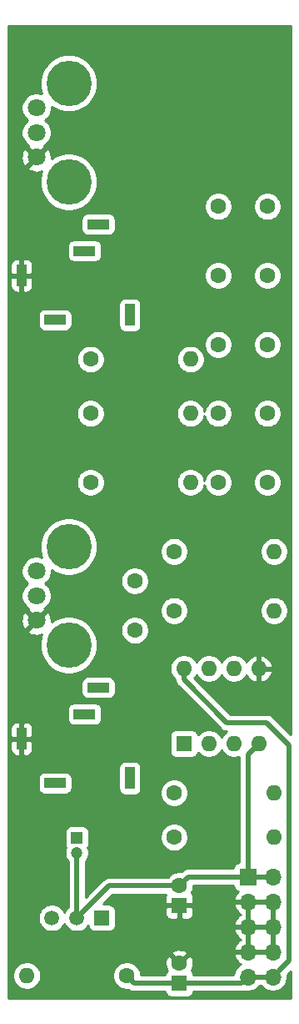
<source format=gbr>
G04 #@! TF.GenerationSoftware,KiCad,Pcbnew,(5.1.5)-3*
G04 #@! TF.CreationDate,2020-08-13T18:34:56-07:00*
G04 #@! TF.ProjectId,Noise_Gen_THT,4e6f6973-655f-4476-956e-5f5448542e6b,rev?*
G04 #@! TF.SameCoordinates,Original*
G04 #@! TF.FileFunction,Copper,L2,Bot*
G04 #@! TF.FilePolarity,Positive*
%FSLAX46Y46*%
G04 Gerber Fmt 4.6, Leading zero omitted, Abs format (unit mm)*
G04 Created by KiCad (PCBNEW (5.1.5)-3) date 2020-08-13 18:34:56*
%MOMM*%
%LPD*%
G04 APERTURE LIST*
%ADD10R,2.200000X1.000000*%
%ADD11R,1.000000X2.200000*%
%ADD12C,1.800000*%
%ADD13C,4.600000*%
%ADD14C,1.200000*%
%ADD15R,1.200000X1.200000*%
%ADD16C,1.600000*%
%ADD17R,1.600000X1.600000*%
%ADD18O,1.700000X1.700000*%
%ADD19R,1.700000X1.700000*%
%ADD20R,1.520000X1.520000*%
%ADD21C,1.520000*%
%ADD22O,1.600000X1.600000*%
%ADD23C,0.500000*%
%ADD24C,0.254000*%
G04 APERTURE END LIST*
D10*
X9800000Y-20800000D03*
X8400000Y-23500000D03*
D11*
X13000000Y-30000000D03*
D10*
X5400000Y-30500000D03*
D11*
X2000000Y-26000000D03*
X2000000Y-73000000D03*
D10*
X5400000Y-77500000D03*
D11*
X13000000Y-77000000D03*
D10*
X8400000Y-70500000D03*
X9800000Y-67800000D03*
D12*
X3500000Y-14000000D03*
X3500000Y-11500000D03*
X3500000Y-9000000D03*
D13*
X6800000Y-16500000D03*
X6800000Y-6500000D03*
X6800000Y-53500000D03*
X6800000Y-63500000D03*
D12*
X3500000Y-56000000D03*
X3500000Y-58500000D03*
X3500000Y-61000000D03*
D14*
X7620000Y-84558000D03*
D15*
X7620000Y-83058000D03*
D16*
X13500000Y-62000000D03*
X13500000Y-57000000D03*
X27000000Y-47000000D03*
X22000000Y-47000000D03*
X22000000Y-40000000D03*
X27000000Y-40000000D03*
X27000000Y-33000000D03*
X22000000Y-33000000D03*
X22000000Y-26000000D03*
X27000000Y-26000000D03*
X27000000Y-19000000D03*
X22000000Y-19000000D03*
X18034000Y-95790000D03*
D17*
X18034000Y-97790000D03*
X18034000Y-89916000D03*
D16*
X18034000Y-87916000D03*
D18*
X27540000Y-97160000D03*
X25000000Y-97160000D03*
X27540000Y-94620000D03*
X25000000Y-94620000D03*
X27540000Y-92080000D03*
X25000000Y-92080000D03*
X27540000Y-89540000D03*
X25000000Y-89540000D03*
X27540000Y-87000000D03*
D19*
X25000000Y-87000000D03*
D20*
X10160000Y-91186000D03*
D21*
X5080000Y-91186000D03*
X7620000Y-91186000D03*
D22*
X2540000Y-97028000D03*
D16*
X12700000Y-97028000D03*
X17500000Y-78500000D03*
D22*
X27660000Y-78500000D03*
X27660000Y-83000000D03*
D16*
X17500000Y-83000000D03*
X17500000Y-60000000D03*
D22*
X27660000Y-60000000D03*
D16*
X17500000Y-54000000D03*
D22*
X27660000Y-54000000D03*
X19160000Y-47000000D03*
D16*
X9000000Y-47000000D03*
D22*
X19160000Y-40000000D03*
D16*
X9000000Y-40000000D03*
X9000000Y-34500000D03*
D22*
X19160000Y-34500000D03*
X18500000Y-65880000D03*
X26120000Y-73500000D03*
X21040000Y-65880000D03*
X23580000Y-73500000D03*
X23580000Y-65880000D03*
X21040000Y-73500000D03*
X26120000Y-65880000D03*
D17*
X18500000Y-73500000D03*
D23*
X27540000Y-87000000D02*
X25000000Y-87000000D01*
X18950000Y-87000000D02*
X18034000Y-87916000D01*
X25000000Y-87000000D02*
X18950000Y-87000000D01*
X10890000Y-87916000D02*
X7620000Y-91186000D01*
X18034000Y-87916000D02*
X10890000Y-87916000D01*
X7620000Y-84558000D02*
X7620000Y-91186000D01*
X25000000Y-74620000D02*
X26120000Y-73500000D01*
X25000000Y-87000000D02*
X25000000Y-74620000D01*
X27540000Y-97160000D02*
X25000000Y-97160000D01*
X13462000Y-97790000D02*
X12700000Y-97028000D01*
X18034000Y-97790000D02*
X13462000Y-97790000D01*
X24370000Y-97790000D02*
X18034000Y-97790000D01*
X25000000Y-97160000D02*
X24370000Y-97790000D01*
X28389999Y-96310001D02*
X27540000Y-97160000D01*
X29210000Y-95490000D02*
X28389999Y-96310001D01*
X29210000Y-73660000D02*
X29210000Y-95490000D01*
X18500000Y-67011370D02*
X22862630Y-71374000D01*
X22862630Y-71374000D02*
X26924000Y-71374000D01*
X18500000Y-65880000D02*
X18500000Y-67011370D01*
X26924000Y-71374000D02*
X29210000Y-73660000D01*
D24*
G36*
X29340001Y-72538422D02*
G01*
X27580534Y-70778956D01*
X27552817Y-70745183D01*
X27418059Y-70634589D01*
X27264313Y-70552411D01*
X27097490Y-70501805D01*
X26967477Y-70489000D01*
X26967469Y-70489000D01*
X26924000Y-70484719D01*
X26880531Y-70489000D01*
X23229209Y-70489000D01*
X19574802Y-66834594D01*
X19614637Y-66794759D01*
X19770000Y-66562241D01*
X19925363Y-66794759D01*
X20125241Y-66994637D01*
X20360273Y-67151680D01*
X20621426Y-67259853D01*
X20898665Y-67315000D01*
X21181335Y-67315000D01*
X21458574Y-67259853D01*
X21719727Y-67151680D01*
X21954759Y-66994637D01*
X22154637Y-66794759D01*
X22310000Y-66562241D01*
X22465363Y-66794759D01*
X22665241Y-66994637D01*
X22900273Y-67151680D01*
X23161426Y-67259853D01*
X23438665Y-67315000D01*
X23721335Y-67315000D01*
X23998574Y-67259853D01*
X24259727Y-67151680D01*
X24494759Y-66994637D01*
X24694637Y-66794759D01*
X24851680Y-66559727D01*
X24856067Y-66549135D01*
X24967615Y-66735131D01*
X25156586Y-66943519D01*
X25382580Y-67111037D01*
X25636913Y-67231246D01*
X25770961Y-67271904D01*
X25993000Y-67149915D01*
X25993000Y-66007000D01*
X26247000Y-66007000D01*
X26247000Y-67149915D01*
X26469039Y-67271904D01*
X26603087Y-67231246D01*
X26857420Y-67111037D01*
X27083414Y-66943519D01*
X27272385Y-66735131D01*
X27417070Y-66493881D01*
X27511909Y-66229040D01*
X27390624Y-66007000D01*
X26247000Y-66007000D01*
X25993000Y-66007000D01*
X25973000Y-66007000D01*
X25973000Y-65753000D01*
X25993000Y-65753000D01*
X25993000Y-64610085D01*
X26247000Y-64610085D01*
X26247000Y-65753000D01*
X27390624Y-65753000D01*
X27511909Y-65530960D01*
X27417070Y-65266119D01*
X27272385Y-65024869D01*
X27083414Y-64816481D01*
X26857420Y-64648963D01*
X26603087Y-64528754D01*
X26469039Y-64488096D01*
X26247000Y-64610085D01*
X25993000Y-64610085D01*
X25770961Y-64488096D01*
X25636913Y-64528754D01*
X25382580Y-64648963D01*
X25156586Y-64816481D01*
X24967615Y-65024869D01*
X24856067Y-65210865D01*
X24851680Y-65200273D01*
X24694637Y-64965241D01*
X24494759Y-64765363D01*
X24259727Y-64608320D01*
X23998574Y-64500147D01*
X23721335Y-64445000D01*
X23438665Y-64445000D01*
X23161426Y-64500147D01*
X22900273Y-64608320D01*
X22665241Y-64765363D01*
X22465363Y-64965241D01*
X22310000Y-65197759D01*
X22154637Y-64965241D01*
X21954759Y-64765363D01*
X21719727Y-64608320D01*
X21458574Y-64500147D01*
X21181335Y-64445000D01*
X20898665Y-64445000D01*
X20621426Y-64500147D01*
X20360273Y-64608320D01*
X20125241Y-64765363D01*
X19925363Y-64965241D01*
X19770000Y-65197759D01*
X19614637Y-64965241D01*
X19414759Y-64765363D01*
X19179727Y-64608320D01*
X18918574Y-64500147D01*
X18641335Y-64445000D01*
X18358665Y-64445000D01*
X18081426Y-64500147D01*
X17820273Y-64608320D01*
X17585241Y-64765363D01*
X17385363Y-64965241D01*
X17228320Y-65200273D01*
X17120147Y-65461426D01*
X17065000Y-65738665D01*
X17065000Y-66021335D01*
X17120147Y-66298574D01*
X17228320Y-66559727D01*
X17385363Y-66794759D01*
X17585241Y-66994637D01*
X17610750Y-67011681D01*
X17627805Y-67184860D01*
X17678412Y-67351683D01*
X17760590Y-67505429D01*
X17843468Y-67606416D01*
X17843471Y-67606419D01*
X17871184Y-67640187D01*
X17904951Y-67667900D01*
X22206100Y-71969049D01*
X22233813Y-72002817D01*
X22267581Y-72030530D01*
X22267583Y-72030532D01*
X22368571Y-72113411D01*
X22522316Y-72195589D01*
X22630215Y-72228320D01*
X22689140Y-72246195D01*
X22819153Y-72259000D01*
X22819161Y-72259000D01*
X22849836Y-72262021D01*
X22665241Y-72385363D01*
X22465363Y-72585241D01*
X22310000Y-72817759D01*
X22154637Y-72585241D01*
X21954759Y-72385363D01*
X21719727Y-72228320D01*
X21458574Y-72120147D01*
X21181335Y-72065000D01*
X20898665Y-72065000D01*
X20621426Y-72120147D01*
X20360273Y-72228320D01*
X20125241Y-72385363D01*
X19926643Y-72583961D01*
X19925812Y-72575518D01*
X19889502Y-72455820D01*
X19830537Y-72345506D01*
X19751185Y-72248815D01*
X19654494Y-72169463D01*
X19544180Y-72110498D01*
X19424482Y-72074188D01*
X19300000Y-72061928D01*
X17700000Y-72061928D01*
X17575518Y-72074188D01*
X17455820Y-72110498D01*
X17345506Y-72169463D01*
X17248815Y-72248815D01*
X17169463Y-72345506D01*
X17110498Y-72455820D01*
X17074188Y-72575518D01*
X17061928Y-72700000D01*
X17061928Y-74300000D01*
X17074188Y-74424482D01*
X17110498Y-74544180D01*
X17169463Y-74654494D01*
X17248815Y-74751185D01*
X17345506Y-74830537D01*
X17455820Y-74889502D01*
X17575518Y-74925812D01*
X17700000Y-74938072D01*
X19300000Y-74938072D01*
X19424482Y-74925812D01*
X19544180Y-74889502D01*
X19654494Y-74830537D01*
X19751185Y-74751185D01*
X19830537Y-74654494D01*
X19889502Y-74544180D01*
X19925812Y-74424482D01*
X19926643Y-74416039D01*
X20125241Y-74614637D01*
X20360273Y-74771680D01*
X20621426Y-74879853D01*
X20898665Y-74935000D01*
X21181335Y-74935000D01*
X21458574Y-74879853D01*
X21719727Y-74771680D01*
X21954759Y-74614637D01*
X22154637Y-74414759D01*
X22310000Y-74182241D01*
X22465363Y-74414759D01*
X22665241Y-74614637D01*
X22900273Y-74771680D01*
X23161426Y-74879853D01*
X23438665Y-74935000D01*
X23721335Y-74935000D01*
X23998574Y-74879853D01*
X24115001Y-74831627D01*
X24115000Y-85515375D01*
X24025518Y-85524188D01*
X23905820Y-85560498D01*
X23795506Y-85619463D01*
X23698815Y-85698815D01*
X23619463Y-85795506D01*
X23560498Y-85905820D01*
X23524188Y-86025518D01*
X23515375Y-86115000D01*
X18993469Y-86115000D01*
X18950000Y-86110719D01*
X18906531Y-86115000D01*
X18906523Y-86115000D01*
X18776510Y-86127805D01*
X18609686Y-86178411D01*
X18455941Y-86260589D01*
X18354953Y-86343468D01*
X18354951Y-86343470D01*
X18321183Y-86371183D01*
X18293470Y-86404951D01*
X18210439Y-86487983D01*
X18175335Y-86481000D01*
X17892665Y-86481000D01*
X17615426Y-86536147D01*
X17354273Y-86644320D01*
X17119241Y-86801363D01*
X16919363Y-87001241D01*
X16899479Y-87031000D01*
X10933465Y-87031000D01*
X10889999Y-87026719D01*
X10846533Y-87031000D01*
X10846523Y-87031000D01*
X10716510Y-87043805D01*
X10549687Y-87094411D01*
X10395941Y-87176589D01*
X10395939Y-87176590D01*
X10395940Y-87176590D01*
X10294953Y-87259468D01*
X10294951Y-87259470D01*
X10261183Y-87287183D01*
X10233470Y-87320951D01*
X8505000Y-89049422D01*
X8505000Y-85419554D01*
X8579287Y-85345267D01*
X8714443Y-85142992D01*
X8807540Y-84918236D01*
X8855000Y-84679637D01*
X8855000Y-84436363D01*
X8807540Y-84197764D01*
X8737419Y-84028478D01*
X8750537Y-84012494D01*
X8809502Y-83902180D01*
X8845812Y-83782482D01*
X8858072Y-83658000D01*
X8858072Y-82858665D01*
X16065000Y-82858665D01*
X16065000Y-83141335D01*
X16120147Y-83418574D01*
X16228320Y-83679727D01*
X16385363Y-83914759D01*
X16585241Y-84114637D01*
X16820273Y-84271680D01*
X17081426Y-84379853D01*
X17358665Y-84435000D01*
X17641335Y-84435000D01*
X17918574Y-84379853D01*
X18179727Y-84271680D01*
X18414759Y-84114637D01*
X18614637Y-83914759D01*
X18771680Y-83679727D01*
X18879853Y-83418574D01*
X18935000Y-83141335D01*
X18935000Y-82858665D01*
X18879853Y-82581426D01*
X18771680Y-82320273D01*
X18614637Y-82085241D01*
X18414759Y-81885363D01*
X18179727Y-81728320D01*
X17918574Y-81620147D01*
X17641335Y-81565000D01*
X17358665Y-81565000D01*
X17081426Y-81620147D01*
X16820273Y-81728320D01*
X16585241Y-81885363D01*
X16385363Y-82085241D01*
X16228320Y-82320273D01*
X16120147Y-82581426D01*
X16065000Y-82858665D01*
X8858072Y-82858665D01*
X8858072Y-82458000D01*
X8845812Y-82333518D01*
X8809502Y-82213820D01*
X8750537Y-82103506D01*
X8671185Y-82006815D01*
X8574494Y-81927463D01*
X8464180Y-81868498D01*
X8344482Y-81832188D01*
X8220000Y-81819928D01*
X7020000Y-81819928D01*
X6895518Y-81832188D01*
X6775820Y-81868498D01*
X6665506Y-81927463D01*
X6568815Y-82006815D01*
X6489463Y-82103506D01*
X6430498Y-82213820D01*
X6394188Y-82333518D01*
X6381928Y-82458000D01*
X6381928Y-83658000D01*
X6394188Y-83782482D01*
X6430498Y-83902180D01*
X6489463Y-84012494D01*
X6502581Y-84028478D01*
X6432460Y-84197764D01*
X6385000Y-84436363D01*
X6385000Y-84679637D01*
X6432460Y-84918236D01*
X6525557Y-85142992D01*
X6660713Y-85345267D01*
X6735000Y-85419554D01*
X6735001Y-90099585D01*
X6730739Y-90102433D01*
X6536433Y-90296739D01*
X6383767Y-90525220D01*
X6350000Y-90606740D01*
X6316233Y-90525220D01*
X6163567Y-90296739D01*
X5969261Y-90102433D01*
X5740780Y-89949767D01*
X5486907Y-89844609D01*
X5217396Y-89791000D01*
X4942604Y-89791000D01*
X4673093Y-89844609D01*
X4419220Y-89949767D01*
X4190739Y-90102433D01*
X3996433Y-90296739D01*
X3843767Y-90525220D01*
X3738609Y-90779093D01*
X3685000Y-91048604D01*
X3685000Y-91323396D01*
X3738609Y-91592907D01*
X3843767Y-91846780D01*
X3996433Y-92075261D01*
X4190739Y-92269567D01*
X4419220Y-92422233D01*
X4673093Y-92527391D01*
X4942604Y-92581000D01*
X5217396Y-92581000D01*
X5486907Y-92527391D01*
X5740780Y-92422233D01*
X5969261Y-92269567D01*
X6163567Y-92075261D01*
X6316233Y-91846780D01*
X6350000Y-91765260D01*
X6383767Y-91846780D01*
X6536433Y-92075261D01*
X6730739Y-92269567D01*
X6959220Y-92422233D01*
X7213093Y-92527391D01*
X7482604Y-92581000D01*
X7757396Y-92581000D01*
X8026907Y-92527391D01*
X8280780Y-92422233D01*
X8509261Y-92269567D01*
X8703567Y-92075261D01*
X8765526Y-91982533D01*
X8774188Y-92070482D01*
X8810498Y-92190180D01*
X8869463Y-92300494D01*
X8948815Y-92397185D01*
X9045506Y-92476537D01*
X9155820Y-92535502D01*
X9275518Y-92571812D01*
X9400000Y-92584072D01*
X10920000Y-92584072D01*
X11044482Y-92571812D01*
X11164180Y-92535502D01*
X11274494Y-92476537D01*
X11322804Y-92436890D01*
X23558524Y-92436890D01*
X23603175Y-92584099D01*
X23728359Y-92846920D01*
X23902412Y-93080269D01*
X24118645Y-93275178D01*
X24244255Y-93350000D01*
X24118645Y-93424822D01*
X23902412Y-93619731D01*
X23728359Y-93853080D01*
X23603175Y-94115901D01*
X23558524Y-94263110D01*
X23679845Y-94493000D01*
X24873000Y-94493000D01*
X24873000Y-92207000D01*
X25127000Y-92207000D01*
X25127000Y-94493000D01*
X27413000Y-94493000D01*
X27413000Y-92207000D01*
X25127000Y-92207000D01*
X24873000Y-92207000D01*
X23679845Y-92207000D01*
X23558524Y-92436890D01*
X11322804Y-92436890D01*
X11371185Y-92397185D01*
X11450537Y-92300494D01*
X11509502Y-92190180D01*
X11545812Y-92070482D01*
X11558072Y-91946000D01*
X11558072Y-90716000D01*
X16595928Y-90716000D01*
X16608188Y-90840482D01*
X16644498Y-90960180D01*
X16703463Y-91070494D01*
X16782815Y-91167185D01*
X16879506Y-91246537D01*
X16989820Y-91305502D01*
X17109518Y-91341812D01*
X17234000Y-91354072D01*
X17748250Y-91351000D01*
X17907000Y-91192250D01*
X17907000Y-90043000D01*
X18161000Y-90043000D01*
X18161000Y-91192250D01*
X18319750Y-91351000D01*
X18834000Y-91354072D01*
X18958482Y-91341812D01*
X19078180Y-91305502D01*
X19188494Y-91246537D01*
X19285185Y-91167185D01*
X19364537Y-91070494D01*
X19423502Y-90960180D01*
X19459812Y-90840482D01*
X19472072Y-90716000D01*
X19469000Y-90201750D01*
X19310250Y-90043000D01*
X18161000Y-90043000D01*
X17907000Y-90043000D01*
X16757750Y-90043000D01*
X16599000Y-90201750D01*
X16595928Y-90716000D01*
X11558072Y-90716000D01*
X11558072Y-90426000D01*
X11545812Y-90301518D01*
X11509502Y-90181820D01*
X11450537Y-90071506D01*
X11371185Y-89974815D01*
X11276233Y-89896890D01*
X23558524Y-89896890D01*
X23603175Y-90044099D01*
X23728359Y-90306920D01*
X23902412Y-90540269D01*
X24118645Y-90735178D01*
X24244255Y-90810000D01*
X24118645Y-90884822D01*
X23902412Y-91079731D01*
X23728359Y-91313080D01*
X23603175Y-91575901D01*
X23558524Y-91723110D01*
X23679845Y-91953000D01*
X24873000Y-91953000D01*
X24873000Y-89667000D01*
X25127000Y-89667000D01*
X25127000Y-91953000D01*
X27413000Y-91953000D01*
X27413000Y-89667000D01*
X25127000Y-89667000D01*
X24873000Y-89667000D01*
X23679845Y-89667000D01*
X23558524Y-89896890D01*
X11276233Y-89896890D01*
X11274494Y-89895463D01*
X11164180Y-89836498D01*
X11044482Y-89800188D01*
X10920000Y-89787928D01*
X10269651Y-89787928D01*
X11256579Y-88801000D01*
X16682353Y-88801000D01*
X16644498Y-88871820D01*
X16608188Y-88991518D01*
X16595928Y-89116000D01*
X16599000Y-89630250D01*
X16757750Y-89789000D01*
X17907000Y-89789000D01*
X17907000Y-89769000D01*
X18161000Y-89769000D01*
X18161000Y-89789000D01*
X19310250Y-89789000D01*
X19469000Y-89630250D01*
X19472072Y-89116000D01*
X19459812Y-88991518D01*
X19423502Y-88871820D01*
X19364537Y-88761506D01*
X19285185Y-88664815D01*
X19268607Y-88651210D01*
X19305680Y-88595727D01*
X19413853Y-88334574D01*
X19469000Y-88057335D01*
X19469000Y-87885000D01*
X23515375Y-87885000D01*
X23524188Y-87974482D01*
X23560498Y-88094180D01*
X23619463Y-88204494D01*
X23698815Y-88301185D01*
X23795506Y-88380537D01*
X23905820Y-88439502D01*
X23986466Y-88463966D01*
X23902412Y-88539731D01*
X23728359Y-88773080D01*
X23603175Y-89035901D01*
X23558524Y-89183110D01*
X23679845Y-89413000D01*
X24873000Y-89413000D01*
X24873000Y-89393000D01*
X25127000Y-89393000D01*
X25127000Y-89413000D01*
X27413000Y-89413000D01*
X27413000Y-89393000D01*
X27667000Y-89393000D01*
X27667000Y-89413000D01*
X27687000Y-89413000D01*
X27687000Y-89667000D01*
X27667000Y-89667000D01*
X27667000Y-91953000D01*
X27687000Y-91953000D01*
X27687000Y-92207000D01*
X27667000Y-92207000D01*
X27667000Y-94493000D01*
X27687000Y-94493000D01*
X27687000Y-94747000D01*
X27667000Y-94747000D01*
X27667000Y-94767000D01*
X27413000Y-94767000D01*
X27413000Y-94747000D01*
X25127000Y-94747000D01*
X25127000Y-94767000D01*
X24873000Y-94767000D01*
X24873000Y-94747000D01*
X23679845Y-94747000D01*
X23558524Y-94976890D01*
X23603175Y-95124099D01*
X23728359Y-95386920D01*
X23902412Y-95620269D01*
X24118645Y-95815178D01*
X24235534Y-95884805D01*
X24053368Y-96006525D01*
X23846525Y-96213368D01*
X23684010Y-96456589D01*
X23572068Y-96726842D01*
X23536630Y-96905000D01*
X19463701Y-96905000D01*
X19459812Y-96865518D01*
X19423502Y-96745820D01*
X19364537Y-96635506D01*
X19285185Y-96538815D01*
X19272242Y-96528193D01*
X19391571Y-96276004D01*
X19460300Y-96001816D01*
X19474217Y-95719488D01*
X19432787Y-95439870D01*
X19337603Y-95173708D01*
X19270671Y-95048486D01*
X19026702Y-94976903D01*
X18213605Y-95790000D01*
X18227748Y-95804143D01*
X18048143Y-95983748D01*
X18034000Y-95969605D01*
X18019858Y-95983748D01*
X17840253Y-95804143D01*
X17854395Y-95790000D01*
X17041298Y-94976903D01*
X16797329Y-95048486D01*
X16676429Y-95303996D01*
X16607700Y-95578184D01*
X16593783Y-95860512D01*
X16635213Y-96140130D01*
X16730397Y-96406292D01*
X16795616Y-96528309D01*
X16782815Y-96538815D01*
X16703463Y-96635506D01*
X16644498Y-96745820D01*
X16608188Y-96865518D01*
X16604299Y-96905000D01*
X14135000Y-96905000D01*
X14135000Y-96886665D01*
X14079853Y-96609426D01*
X13971680Y-96348273D01*
X13814637Y-96113241D01*
X13614759Y-95913363D01*
X13379727Y-95756320D01*
X13118574Y-95648147D01*
X12841335Y-95593000D01*
X12558665Y-95593000D01*
X12281426Y-95648147D01*
X12020273Y-95756320D01*
X11785241Y-95913363D01*
X11585363Y-96113241D01*
X11428320Y-96348273D01*
X11320147Y-96609426D01*
X11265000Y-96886665D01*
X11265000Y-97169335D01*
X11320147Y-97446574D01*
X11428320Y-97707727D01*
X11585363Y-97942759D01*
X11785241Y-98142637D01*
X12020273Y-98299680D01*
X12281426Y-98407853D01*
X12558665Y-98463000D01*
X12841335Y-98463000D01*
X12878107Y-98455686D01*
X12902848Y-98475990D01*
X12967941Y-98529411D01*
X13121687Y-98611589D01*
X13288510Y-98662195D01*
X13418523Y-98675000D01*
X13418531Y-98675000D01*
X13462000Y-98679281D01*
X13505469Y-98675000D01*
X16604299Y-98675000D01*
X16608188Y-98714482D01*
X16644498Y-98834180D01*
X16703463Y-98944494D01*
X16782815Y-99041185D01*
X16879506Y-99120537D01*
X16989820Y-99179502D01*
X17109518Y-99215812D01*
X17234000Y-99228072D01*
X18834000Y-99228072D01*
X18958482Y-99215812D01*
X19078180Y-99179502D01*
X19188494Y-99120537D01*
X19285185Y-99041185D01*
X19364537Y-98944494D01*
X19423502Y-98834180D01*
X19459812Y-98714482D01*
X19463701Y-98675000D01*
X24326531Y-98675000D01*
X24370000Y-98679281D01*
X24413469Y-98675000D01*
X24413477Y-98675000D01*
X24543490Y-98662195D01*
X24700594Y-98614537D01*
X24853740Y-98645000D01*
X25146260Y-98645000D01*
X25433158Y-98587932D01*
X25703411Y-98475990D01*
X25946632Y-98313475D01*
X26153475Y-98106632D01*
X26194656Y-98045000D01*
X26345344Y-98045000D01*
X26386525Y-98106632D01*
X26593368Y-98313475D01*
X26836589Y-98475990D01*
X27106842Y-98587932D01*
X27393740Y-98645000D01*
X27686260Y-98645000D01*
X27973158Y-98587932D01*
X28243411Y-98475990D01*
X28486632Y-98313475D01*
X28693475Y-98106632D01*
X28855990Y-97863411D01*
X28967932Y-97593158D01*
X29025000Y-97306260D01*
X29025000Y-97013740D01*
X29010539Y-96941040D01*
X29046531Y-96905048D01*
X29046535Y-96905043D01*
X29340001Y-96611577D01*
X29340001Y-99340000D01*
X660000Y-99340000D01*
X660000Y-96886665D01*
X1105000Y-96886665D01*
X1105000Y-97169335D01*
X1160147Y-97446574D01*
X1268320Y-97707727D01*
X1425363Y-97942759D01*
X1625241Y-98142637D01*
X1860273Y-98299680D01*
X2121426Y-98407853D01*
X2398665Y-98463000D01*
X2681335Y-98463000D01*
X2958574Y-98407853D01*
X3219727Y-98299680D01*
X3454759Y-98142637D01*
X3654637Y-97942759D01*
X3811680Y-97707727D01*
X3919853Y-97446574D01*
X3975000Y-97169335D01*
X3975000Y-96886665D01*
X3919853Y-96609426D01*
X3811680Y-96348273D01*
X3654637Y-96113241D01*
X3454759Y-95913363D01*
X3219727Y-95756320D01*
X2958574Y-95648147D01*
X2681335Y-95593000D01*
X2398665Y-95593000D01*
X2121426Y-95648147D01*
X1860273Y-95756320D01*
X1625241Y-95913363D01*
X1425363Y-96113241D01*
X1268320Y-96348273D01*
X1160147Y-96609426D01*
X1105000Y-96886665D01*
X660000Y-96886665D01*
X660000Y-94797298D01*
X17220903Y-94797298D01*
X18034000Y-95610395D01*
X18847097Y-94797298D01*
X18775514Y-94553329D01*
X18520004Y-94432429D01*
X18245816Y-94363700D01*
X17963488Y-94349783D01*
X17683870Y-94391213D01*
X17417708Y-94486397D01*
X17292486Y-94553329D01*
X17220903Y-94797298D01*
X660000Y-94797298D01*
X660000Y-77000000D01*
X3661928Y-77000000D01*
X3661928Y-78000000D01*
X3674188Y-78124482D01*
X3710498Y-78244180D01*
X3769463Y-78354494D01*
X3848815Y-78451185D01*
X3945506Y-78530537D01*
X4055820Y-78589502D01*
X4175518Y-78625812D01*
X4300000Y-78638072D01*
X6500000Y-78638072D01*
X6624482Y-78625812D01*
X6744180Y-78589502D01*
X6854494Y-78530537D01*
X6951185Y-78451185D01*
X7030537Y-78354494D01*
X7089502Y-78244180D01*
X7125812Y-78124482D01*
X7138072Y-78000000D01*
X7138072Y-77000000D01*
X7125812Y-76875518D01*
X7089502Y-76755820D01*
X7030537Y-76645506D01*
X6951185Y-76548815D01*
X6854494Y-76469463D01*
X6744180Y-76410498D01*
X6624482Y-76374188D01*
X6500000Y-76361928D01*
X4300000Y-76361928D01*
X4175518Y-76374188D01*
X4055820Y-76410498D01*
X3945506Y-76469463D01*
X3848815Y-76548815D01*
X3769463Y-76645506D01*
X3710498Y-76755820D01*
X3674188Y-76875518D01*
X3661928Y-77000000D01*
X660000Y-77000000D01*
X660000Y-75900000D01*
X11861928Y-75900000D01*
X11861928Y-78100000D01*
X11874188Y-78224482D01*
X11910498Y-78344180D01*
X11969463Y-78454494D01*
X12048815Y-78551185D01*
X12145506Y-78630537D01*
X12255820Y-78689502D01*
X12375518Y-78725812D01*
X12500000Y-78738072D01*
X13500000Y-78738072D01*
X13624482Y-78725812D01*
X13744180Y-78689502D01*
X13854494Y-78630537D01*
X13951185Y-78551185D01*
X14030537Y-78454494D01*
X14081759Y-78358665D01*
X16065000Y-78358665D01*
X16065000Y-78641335D01*
X16120147Y-78918574D01*
X16228320Y-79179727D01*
X16385363Y-79414759D01*
X16585241Y-79614637D01*
X16820273Y-79771680D01*
X17081426Y-79879853D01*
X17358665Y-79935000D01*
X17641335Y-79935000D01*
X17918574Y-79879853D01*
X18179727Y-79771680D01*
X18414759Y-79614637D01*
X18614637Y-79414759D01*
X18771680Y-79179727D01*
X18879853Y-78918574D01*
X18935000Y-78641335D01*
X18935000Y-78358665D01*
X18879853Y-78081426D01*
X18771680Y-77820273D01*
X18614637Y-77585241D01*
X18414759Y-77385363D01*
X18179727Y-77228320D01*
X17918574Y-77120147D01*
X17641335Y-77065000D01*
X17358665Y-77065000D01*
X17081426Y-77120147D01*
X16820273Y-77228320D01*
X16585241Y-77385363D01*
X16385363Y-77585241D01*
X16228320Y-77820273D01*
X16120147Y-78081426D01*
X16065000Y-78358665D01*
X14081759Y-78358665D01*
X14089502Y-78344180D01*
X14125812Y-78224482D01*
X14138072Y-78100000D01*
X14138072Y-75900000D01*
X14125812Y-75775518D01*
X14089502Y-75655820D01*
X14030537Y-75545506D01*
X13951185Y-75448815D01*
X13854494Y-75369463D01*
X13744180Y-75310498D01*
X13624482Y-75274188D01*
X13500000Y-75261928D01*
X12500000Y-75261928D01*
X12375518Y-75274188D01*
X12255820Y-75310498D01*
X12145506Y-75369463D01*
X12048815Y-75448815D01*
X11969463Y-75545506D01*
X11910498Y-75655820D01*
X11874188Y-75775518D01*
X11861928Y-75900000D01*
X660000Y-75900000D01*
X660000Y-74100000D01*
X861928Y-74100000D01*
X874188Y-74224482D01*
X910498Y-74344180D01*
X969463Y-74454494D01*
X1048815Y-74551185D01*
X1145506Y-74630537D01*
X1255820Y-74689502D01*
X1375518Y-74725812D01*
X1500000Y-74738072D01*
X1714250Y-74735000D01*
X1873000Y-74576250D01*
X1873000Y-73127000D01*
X2127000Y-73127000D01*
X2127000Y-74576250D01*
X2285750Y-74735000D01*
X2500000Y-74738072D01*
X2624482Y-74725812D01*
X2744180Y-74689502D01*
X2854494Y-74630537D01*
X2951185Y-74551185D01*
X3030537Y-74454494D01*
X3089502Y-74344180D01*
X3125812Y-74224482D01*
X3138072Y-74100000D01*
X3135000Y-73285750D01*
X2976250Y-73127000D01*
X2127000Y-73127000D01*
X1873000Y-73127000D01*
X1023750Y-73127000D01*
X865000Y-73285750D01*
X861928Y-74100000D01*
X660000Y-74100000D01*
X660000Y-71900000D01*
X861928Y-71900000D01*
X865000Y-72714250D01*
X1023750Y-72873000D01*
X1873000Y-72873000D01*
X1873000Y-71423750D01*
X2127000Y-71423750D01*
X2127000Y-72873000D01*
X2976250Y-72873000D01*
X3135000Y-72714250D01*
X3138072Y-71900000D01*
X3125812Y-71775518D01*
X3089502Y-71655820D01*
X3030537Y-71545506D01*
X2951185Y-71448815D01*
X2854494Y-71369463D01*
X2744180Y-71310498D01*
X2624482Y-71274188D01*
X2500000Y-71261928D01*
X2285750Y-71265000D01*
X2127000Y-71423750D01*
X1873000Y-71423750D01*
X1714250Y-71265000D01*
X1500000Y-71261928D01*
X1375518Y-71274188D01*
X1255820Y-71310498D01*
X1145506Y-71369463D01*
X1048815Y-71448815D01*
X969463Y-71545506D01*
X910498Y-71655820D01*
X874188Y-71775518D01*
X861928Y-71900000D01*
X660000Y-71900000D01*
X660000Y-70000000D01*
X6661928Y-70000000D01*
X6661928Y-71000000D01*
X6674188Y-71124482D01*
X6710498Y-71244180D01*
X6769463Y-71354494D01*
X6848815Y-71451185D01*
X6945506Y-71530537D01*
X7055820Y-71589502D01*
X7175518Y-71625812D01*
X7300000Y-71638072D01*
X9500000Y-71638072D01*
X9624482Y-71625812D01*
X9744180Y-71589502D01*
X9854494Y-71530537D01*
X9951185Y-71451185D01*
X10030537Y-71354494D01*
X10089502Y-71244180D01*
X10125812Y-71124482D01*
X10138072Y-71000000D01*
X10138072Y-70000000D01*
X10125812Y-69875518D01*
X10089502Y-69755820D01*
X10030537Y-69645506D01*
X9951185Y-69548815D01*
X9854494Y-69469463D01*
X9744180Y-69410498D01*
X9624482Y-69374188D01*
X9500000Y-69361928D01*
X7300000Y-69361928D01*
X7175518Y-69374188D01*
X7055820Y-69410498D01*
X6945506Y-69469463D01*
X6848815Y-69548815D01*
X6769463Y-69645506D01*
X6710498Y-69755820D01*
X6674188Y-69875518D01*
X6661928Y-70000000D01*
X660000Y-70000000D01*
X660000Y-67300000D01*
X8061928Y-67300000D01*
X8061928Y-68300000D01*
X8074188Y-68424482D01*
X8110498Y-68544180D01*
X8169463Y-68654494D01*
X8248815Y-68751185D01*
X8345506Y-68830537D01*
X8455820Y-68889502D01*
X8575518Y-68925812D01*
X8700000Y-68938072D01*
X10900000Y-68938072D01*
X11024482Y-68925812D01*
X11144180Y-68889502D01*
X11254494Y-68830537D01*
X11351185Y-68751185D01*
X11430537Y-68654494D01*
X11489502Y-68544180D01*
X11525812Y-68424482D01*
X11538072Y-68300000D01*
X11538072Y-67300000D01*
X11525812Y-67175518D01*
X11489502Y-67055820D01*
X11430537Y-66945506D01*
X11351185Y-66848815D01*
X11254494Y-66769463D01*
X11144180Y-66710498D01*
X11024482Y-66674188D01*
X10900000Y-66661928D01*
X8700000Y-66661928D01*
X8575518Y-66674188D01*
X8455820Y-66710498D01*
X8345506Y-66769463D01*
X8248815Y-66848815D01*
X8169463Y-66945506D01*
X8110498Y-67055820D01*
X8074188Y-67175518D01*
X8061928Y-67300000D01*
X660000Y-67300000D01*
X660000Y-62064080D01*
X2615525Y-62064080D01*
X2699208Y-62318261D01*
X2971775Y-62449158D01*
X3264642Y-62524365D01*
X3566553Y-62540991D01*
X3865907Y-62498397D01*
X4067356Y-62427662D01*
X3977791Y-62643892D01*
X3865000Y-63210928D01*
X3865000Y-63789072D01*
X3977791Y-64356108D01*
X4199037Y-64890244D01*
X4520237Y-65370953D01*
X4929047Y-65779763D01*
X5409756Y-66100963D01*
X5943892Y-66322209D01*
X6510928Y-66435000D01*
X7089072Y-66435000D01*
X7656108Y-66322209D01*
X8190244Y-66100963D01*
X8670953Y-65779763D01*
X9079763Y-65370953D01*
X9400963Y-64890244D01*
X9622209Y-64356108D01*
X9735000Y-63789072D01*
X9735000Y-63210928D01*
X9622209Y-62643892D01*
X9400963Y-62109756D01*
X9233190Y-61858665D01*
X12065000Y-61858665D01*
X12065000Y-62141335D01*
X12120147Y-62418574D01*
X12228320Y-62679727D01*
X12385363Y-62914759D01*
X12585241Y-63114637D01*
X12820273Y-63271680D01*
X13081426Y-63379853D01*
X13358665Y-63435000D01*
X13641335Y-63435000D01*
X13918574Y-63379853D01*
X14179727Y-63271680D01*
X14414759Y-63114637D01*
X14614637Y-62914759D01*
X14771680Y-62679727D01*
X14879853Y-62418574D01*
X14935000Y-62141335D01*
X14935000Y-61858665D01*
X14879853Y-61581426D01*
X14771680Y-61320273D01*
X14614637Y-61085241D01*
X14414759Y-60885363D01*
X14179727Y-60728320D01*
X13918574Y-60620147D01*
X13641335Y-60565000D01*
X13358665Y-60565000D01*
X13081426Y-60620147D01*
X12820273Y-60728320D01*
X12585241Y-60885363D01*
X12385363Y-61085241D01*
X12228320Y-61320273D01*
X12120147Y-61581426D01*
X12065000Y-61858665D01*
X9233190Y-61858665D01*
X9079763Y-61629047D01*
X8670953Y-61220237D01*
X8190244Y-60899037D01*
X7656108Y-60677791D01*
X7089072Y-60565000D01*
X6510928Y-60565000D01*
X5943892Y-60677791D01*
X5409756Y-60899037D01*
X5028871Y-61153537D01*
X5040991Y-60933447D01*
X4998397Y-60634093D01*
X4898222Y-60348801D01*
X4818261Y-60199208D01*
X4564080Y-60115525D01*
X3679605Y-61000000D01*
X3693748Y-61014143D01*
X3514143Y-61193748D01*
X3500000Y-61179605D01*
X2615525Y-62064080D01*
X660000Y-62064080D01*
X660000Y-61066553D01*
X1959009Y-61066553D01*
X2001603Y-61365907D01*
X2101778Y-61651199D01*
X2181739Y-61800792D01*
X2435920Y-61884475D01*
X3320395Y-61000000D01*
X2435920Y-60115525D01*
X2181739Y-60199208D01*
X2050842Y-60471775D01*
X1975635Y-60764642D01*
X1959009Y-61066553D01*
X660000Y-61066553D01*
X660000Y-55848816D01*
X1965000Y-55848816D01*
X1965000Y-56151184D01*
X2023989Y-56447743D01*
X2139701Y-56727095D01*
X2307688Y-56978505D01*
X2521495Y-57192312D01*
X2607831Y-57250000D01*
X2521495Y-57307688D01*
X2307688Y-57521495D01*
X2139701Y-57772905D01*
X2023989Y-58052257D01*
X1965000Y-58348816D01*
X1965000Y-58651184D01*
X2023989Y-58947743D01*
X2139701Y-59227095D01*
X2307688Y-59478505D01*
X2521495Y-59692312D01*
X2664310Y-59787738D01*
X2615525Y-59935920D01*
X3500000Y-60820395D01*
X4384475Y-59935920D01*
X4359041Y-59858665D01*
X16065000Y-59858665D01*
X16065000Y-60141335D01*
X16120147Y-60418574D01*
X16228320Y-60679727D01*
X16385363Y-60914759D01*
X16585241Y-61114637D01*
X16820273Y-61271680D01*
X17081426Y-61379853D01*
X17358665Y-61435000D01*
X17641335Y-61435000D01*
X17918574Y-61379853D01*
X18179727Y-61271680D01*
X18414759Y-61114637D01*
X18614637Y-60914759D01*
X18771680Y-60679727D01*
X18879853Y-60418574D01*
X18935000Y-60141335D01*
X18935000Y-59858665D01*
X26225000Y-59858665D01*
X26225000Y-60141335D01*
X26280147Y-60418574D01*
X26388320Y-60679727D01*
X26545363Y-60914759D01*
X26745241Y-61114637D01*
X26980273Y-61271680D01*
X27241426Y-61379853D01*
X27518665Y-61435000D01*
X27801335Y-61435000D01*
X28078574Y-61379853D01*
X28339727Y-61271680D01*
X28574759Y-61114637D01*
X28774637Y-60914759D01*
X28931680Y-60679727D01*
X29039853Y-60418574D01*
X29095000Y-60141335D01*
X29095000Y-59858665D01*
X29039853Y-59581426D01*
X28931680Y-59320273D01*
X28774637Y-59085241D01*
X28574759Y-58885363D01*
X28339727Y-58728320D01*
X28078574Y-58620147D01*
X27801335Y-58565000D01*
X27518665Y-58565000D01*
X27241426Y-58620147D01*
X26980273Y-58728320D01*
X26745241Y-58885363D01*
X26545363Y-59085241D01*
X26388320Y-59320273D01*
X26280147Y-59581426D01*
X26225000Y-59858665D01*
X18935000Y-59858665D01*
X18879853Y-59581426D01*
X18771680Y-59320273D01*
X18614637Y-59085241D01*
X18414759Y-58885363D01*
X18179727Y-58728320D01*
X17918574Y-58620147D01*
X17641335Y-58565000D01*
X17358665Y-58565000D01*
X17081426Y-58620147D01*
X16820273Y-58728320D01*
X16585241Y-58885363D01*
X16385363Y-59085241D01*
X16228320Y-59320273D01*
X16120147Y-59581426D01*
X16065000Y-59858665D01*
X4359041Y-59858665D01*
X4335690Y-59787738D01*
X4478505Y-59692312D01*
X4692312Y-59478505D01*
X4860299Y-59227095D01*
X4976011Y-58947743D01*
X5035000Y-58651184D01*
X5035000Y-58348816D01*
X4976011Y-58052257D01*
X4860299Y-57772905D01*
X4692312Y-57521495D01*
X4478505Y-57307688D01*
X4392169Y-57250000D01*
X4478505Y-57192312D01*
X4692312Y-56978505D01*
X4772386Y-56858665D01*
X12065000Y-56858665D01*
X12065000Y-57141335D01*
X12120147Y-57418574D01*
X12228320Y-57679727D01*
X12385363Y-57914759D01*
X12585241Y-58114637D01*
X12820273Y-58271680D01*
X13081426Y-58379853D01*
X13358665Y-58435000D01*
X13641335Y-58435000D01*
X13918574Y-58379853D01*
X14179727Y-58271680D01*
X14414759Y-58114637D01*
X14614637Y-57914759D01*
X14771680Y-57679727D01*
X14879853Y-57418574D01*
X14935000Y-57141335D01*
X14935000Y-56858665D01*
X14879853Y-56581426D01*
X14771680Y-56320273D01*
X14614637Y-56085241D01*
X14414759Y-55885363D01*
X14179727Y-55728320D01*
X13918574Y-55620147D01*
X13641335Y-55565000D01*
X13358665Y-55565000D01*
X13081426Y-55620147D01*
X12820273Y-55728320D01*
X12585241Y-55885363D01*
X12385363Y-56085241D01*
X12228320Y-56320273D01*
X12120147Y-56581426D01*
X12065000Y-56858665D01*
X4772386Y-56858665D01*
X4860299Y-56727095D01*
X4976011Y-56447743D01*
X5035000Y-56151184D01*
X5035000Y-55850559D01*
X5409756Y-56100963D01*
X5943892Y-56322209D01*
X6510928Y-56435000D01*
X7089072Y-56435000D01*
X7656108Y-56322209D01*
X8190244Y-56100963D01*
X8670953Y-55779763D01*
X9079763Y-55370953D01*
X9400963Y-54890244D01*
X9622209Y-54356108D01*
X9721157Y-53858665D01*
X16065000Y-53858665D01*
X16065000Y-54141335D01*
X16120147Y-54418574D01*
X16228320Y-54679727D01*
X16385363Y-54914759D01*
X16585241Y-55114637D01*
X16820273Y-55271680D01*
X17081426Y-55379853D01*
X17358665Y-55435000D01*
X17641335Y-55435000D01*
X17918574Y-55379853D01*
X18179727Y-55271680D01*
X18414759Y-55114637D01*
X18614637Y-54914759D01*
X18771680Y-54679727D01*
X18879853Y-54418574D01*
X18935000Y-54141335D01*
X18935000Y-53858665D01*
X26225000Y-53858665D01*
X26225000Y-54141335D01*
X26280147Y-54418574D01*
X26388320Y-54679727D01*
X26545363Y-54914759D01*
X26745241Y-55114637D01*
X26980273Y-55271680D01*
X27241426Y-55379853D01*
X27518665Y-55435000D01*
X27801335Y-55435000D01*
X28078574Y-55379853D01*
X28339727Y-55271680D01*
X28574759Y-55114637D01*
X28774637Y-54914759D01*
X28931680Y-54679727D01*
X29039853Y-54418574D01*
X29095000Y-54141335D01*
X29095000Y-53858665D01*
X29039853Y-53581426D01*
X28931680Y-53320273D01*
X28774637Y-53085241D01*
X28574759Y-52885363D01*
X28339727Y-52728320D01*
X28078574Y-52620147D01*
X27801335Y-52565000D01*
X27518665Y-52565000D01*
X27241426Y-52620147D01*
X26980273Y-52728320D01*
X26745241Y-52885363D01*
X26545363Y-53085241D01*
X26388320Y-53320273D01*
X26280147Y-53581426D01*
X26225000Y-53858665D01*
X18935000Y-53858665D01*
X18879853Y-53581426D01*
X18771680Y-53320273D01*
X18614637Y-53085241D01*
X18414759Y-52885363D01*
X18179727Y-52728320D01*
X17918574Y-52620147D01*
X17641335Y-52565000D01*
X17358665Y-52565000D01*
X17081426Y-52620147D01*
X16820273Y-52728320D01*
X16585241Y-52885363D01*
X16385363Y-53085241D01*
X16228320Y-53320273D01*
X16120147Y-53581426D01*
X16065000Y-53858665D01*
X9721157Y-53858665D01*
X9735000Y-53789072D01*
X9735000Y-53210928D01*
X9622209Y-52643892D01*
X9400963Y-52109756D01*
X9079763Y-51629047D01*
X8670953Y-51220237D01*
X8190244Y-50899037D01*
X7656108Y-50677791D01*
X7089072Y-50565000D01*
X6510928Y-50565000D01*
X5943892Y-50677791D01*
X5409756Y-50899037D01*
X4929047Y-51220237D01*
X4520237Y-51629047D01*
X4199037Y-52109756D01*
X3977791Y-52643892D01*
X3865000Y-53210928D01*
X3865000Y-53789072D01*
X3977791Y-54356108D01*
X4067955Y-54573783D01*
X3947743Y-54523989D01*
X3651184Y-54465000D01*
X3348816Y-54465000D01*
X3052257Y-54523989D01*
X2772905Y-54639701D01*
X2521495Y-54807688D01*
X2307688Y-55021495D01*
X2139701Y-55272905D01*
X2023989Y-55552257D01*
X1965000Y-55848816D01*
X660000Y-55848816D01*
X660000Y-46858665D01*
X7565000Y-46858665D01*
X7565000Y-47141335D01*
X7620147Y-47418574D01*
X7728320Y-47679727D01*
X7885363Y-47914759D01*
X8085241Y-48114637D01*
X8320273Y-48271680D01*
X8581426Y-48379853D01*
X8858665Y-48435000D01*
X9141335Y-48435000D01*
X9418574Y-48379853D01*
X9679727Y-48271680D01*
X9914759Y-48114637D01*
X10114637Y-47914759D01*
X10271680Y-47679727D01*
X10379853Y-47418574D01*
X10435000Y-47141335D01*
X10435000Y-46858665D01*
X17725000Y-46858665D01*
X17725000Y-47141335D01*
X17780147Y-47418574D01*
X17888320Y-47679727D01*
X18045363Y-47914759D01*
X18245241Y-48114637D01*
X18480273Y-48271680D01*
X18741426Y-48379853D01*
X19018665Y-48435000D01*
X19301335Y-48435000D01*
X19578574Y-48379853D01*
X19839727Y-48271680D01*
X20074759Y-48114637D01*
X20274637Y-47914759D01*
X20431680Y-47679727D01*
X20539853Y-47418574D01*
X20580000Y-47216744D01*
X20620147Y-47418574D01*
X20728320Y-47679727D01*
X20885363Y-47914759D01*
X21085241Y-48114637D01*
X21320273Y-48271680D01*
X21581426Y-48379853D01*
X21858665Y-48435000D01*
X22141335Y-48435000D01*
X22418574Y-48379853D01*
X22679727Y-48271680D01*
X22914759Y-48114637D01*
X23114637Y-47914759D01*
X23271680Y-47679727D01*
X23379853Y-47418574D01*
X23435000Y-47141335D01*
X23435000Y-46858665D01*
X25565000Y-46858665D01*
X25565000Y-47141335D01*
X25620147Y-47418574D01*
X25728320Y-47679727D01*
X25885363Y-47914759D01*
X26085241Y-48114637D01*
X26320273Y-48271680D01*
X26581426Y-48379853D01*
X26858665Y-48435000D01*
X27141335Y-48435000D01*
X27418574Y-48379853D01*
X27679727Y-48271680D01*
X27914759Y-48114637D01*
X28114637Y-47914759D01*
X28271680Y-47679727D01*
X28379853Y-47418574D01*
X28435000Y-47141335D01*
X28435000Y-46858665D01*
X28379853Y-46581426D01*
X28271680Y-46320273D01*
X28114637Y-46085241D01*
X27914759Y-45885363D01*
X27679727Y-45728320D01*
X27418574Y-45620147D01*
X27141335Y-45565000D01*
X26858665Y-45565000D01*
X26581426Y-45620147D01*
X26320273Y-45728320D01*
X26085241Y-45885363D01*
X25885363Y-46085241D01*
X25728320Y-46320273D01*
X25620147Y-46581426D01*
X25565000Y-46858665D01*
X23435000Y-46858665D01*
X23379853Y-46581426D01*
X23271680Y-46320273D01*
X23114637Y-46085241D01*
X22914759Y-45885363D01*
X22679727Y-45728320D01*
X22418574Y-45620147D01*
X22141335Y-45565000D01*
X21858665Y-45565000D01*
X21581426Y-45620147D01*
X21320273Y-45728320D01*
X21085241Y-45885363D01*
X20885363Y-46085241D01*
X20728320Y-46320273D01*
X20620147Y-46581426D01*
X20580000Y-46783256D01*
X20539853Y-46581426D01*
X20431680Y-46320273D01*
X20274637Y-46085241D01*
X20074759Y-45885363D01*
X19839727Y-45728320D01*
X19578574Y-45620147D01*
X19301335Y-45565000D01*
X19018665Y-45565000D01*
X18741426Y-45620147D01*
X18480273Y-45728320D01*
X18245241Y-45885363D01*
X18045363Y-46085241D01*
X17888320Y-46320273D01*
X17780147Y-46581426D01*
X17725000Y-46858665D01*
X10435000Y-46858665D01*
X10379853Y-46581426D01*
X10271680Y-46320273D01*
X10114637Y-46085241D01*
X9914759Y-45885363D01*
X9679727Y-45728320D01*
X9418574Y-45620147D01*
X9141335Y-45565000D01*
X8858665Y-45565000D01*
X8581426Y-45620147D01*
X8320273Y-45728320D01*
X8085241Y-45885363D01*
X7885363Y-46085241D01*
X7728320Y-46320273D01*
X7620147Y-46581426D01*
X7565000Y-46858665D01*
X660000Y-46858665D01*
X660000Y-39858665D01*
X7565000Y-39858665D01*
X7565000Y-40141335D01*
X7620147Y-40418574D01*
X7728320Y-40679727D01*
X7885363Y-40914759D01*
X8085241Y-41114637D01*
X8320273Y-41271680D01*
X8581426Y-41379853D01*
X8858665Y-41435000D01*
X9141335Y-41435000D01*
X9418574Y-41379853D01*
X9679727Y-41271680D01*
X9914759Y-41114637D01*
X10114637Y-40914759D01*
X10271680Y-40679727D01*
X10379853Y-40418574D01*
X10435000Y-40141335D01*
X10435000Y-39858665D01*
X17725000Y-39858665D01*
X17725000Y-40141335D01*
X17780147Y-40418574D01*
X17888320Y-40679727D01*
X18045363Y-40914759D01*
X18245241Y-41114637D01*
X18480273Y-41271680D01*
X18741426Y-41379853D01*
X19018665Y-41435000D01*
X19301335Y-41435000D01*
X19578574Y-41379853D01*
X19839727Y-41271680D01*
X20074759Y-41114637D01*
X20274637Y-40914759D01*
X20431680Y-40679727D01*
X20539853Y-40418574D01*
X20580000Y-40216744D01*
X20620147Y-40418574D01*
X20728320Y-40679727D01*
X20885363Y-40914759D01*
X21085241Y-41114637D01*
X21320273Y-41271680D01*
X21581426Y-41379853D01*
X21858665Y-41435000D01*
X22141335Y-41435000D01*
X22418574Y-41379853D01*
X22679727Y-41271680D01*
X22914759Y-41114637D01*
X23114637Y-40914759D01*
X23271680Y-40679727D01*
X23379853Y-40418574D01*
X23435000Y-40141335D01*
X23435000Y-39858665D01*
X25565000Y-39858665D01*
X25565000Y-40141335D01*
X25620147Y-40418574D01*
X25728320Y-40679727D01*
X25885363Y-40914759D01*
X26085241Y-41114637D01*
X26320273Y-41271680D01*
X26581426Y-41379853D01*
X26858665Y-41435000D01*
X27141335Y-41435000D01*
X27418574Y-41379853D01*
X27679727Y-41271680D01*
X27914759Y-41114637D01*
X28114637Y-40914759D01*
X28271680Y-40679727D01*
X28379853Y-40418574D01*
X28435000Y-40141335D01*
X28435000Y-39858665D01*
X28379853Y-39581426D01*
X28271680Y-39320273D01*
X28114637Y-39085241D01*
X27914759Y-38885363D01*
X27679727Y-38728320D01*
X27418574Y-38620147D01*
X27141335Y-38565000D01*
X26858665Y-38565000D01*
X26581426Y-38620147D01*
X26320273Y-38728320D01*
X26085241Y-38885363D01*
X25885363Y-39085241D01*
X25728320Y-39320273D01*
X25620147Y-39581426D01*
X25565000Y-39858665D01*
X23435000Y-39858665D01*
X23379853Y-39581426D01*
X23271680Y-39320273D01*
X23114637Y-39085241D01*
X22914759Y-38885363D01*
X22679727Y-38728320D01*
X22418574Y-38620147D01*
X22141335Y-38565000D01*
X21858665Y-38565000D01*
X21581426Y-38620147D01*
X21320273Y-38728320D01*
X21085241Y-38885363D01*
X20885363Y-39085241D01*
X20728320Y-39320273D01*
X20620147Y-39581426D01*
X20580000Y-39783256D01*
X20539853Y-39581426D01*
X20431680Y-39320273D01*
X20274637Y-39085241D01*
X20074759Y-38885363D01*
X19839727Y-38728320D01*
X19578574Y-38620147D01*
X19301335Y-38565000D01*
X19018665Y-38565000D01*
X18741426Y-38620147D01*
X18480273Y-38728320D01*
X18245241Y-38885363D01*
X18045363Y-39085241D01*
X17888320Y-39320273D01*
X17780147Y-39581426D01*
X17725000Y-39858665D01*
X10435000Y-39858665D01*
X10379853Y-39581426D01*
X10271680Y-39320273D01*
X10114637Y-39085241D01*
X9914759Y-38885363D01*
X9679727Y-38728320D01*
X9418574Y-38620147D01*
X9141335Y-38565000D01*
X8858665Y-38565000D01*
X8581426Y-38620147D01*
X8320273Y-38728320D01*
X8085241Y-38885363D01*
X7885363Y-39085241D01*
X7728320Y-39320273D01*
X7620147Y-39581426D01*
X7565000Y-39858665D01*
X660000Y-39858665D01*
X660000Y-34358665D01*
X7565000Y-34358665D01*
X7565000Y-34641335D01*
X7620147Y-34918574D01*
X7728320Y-35179727D01*
X7885363Y-35414759D01*
X8085241Y-35614637D01*
X8320273Y-35771680D01*
X8581426Y-35879853D01*
X8858665Y-35935000D01*
X9141335Y-35935000D01*
X9418574Y-35879853D01*
X9679727Y-35771680D01*
X9914759Y-35614637D01*
X10114637Y-35414759D01*
X10271680Y-35179727D01*
X10379853Y-34918574D01*
X10435000Y-34641335D01*
X10435000Y-34358665D01*
X17725000Y-34358665D01*
X17725000Y-34641335D01*
X17780147Y-34918574D01*
X17888320Y-35179727D01*
X18045363Y-35414759D01*
X18245241Y-35614637D01*
X18480273Y-35771680D01*
X18741426Y-35879853D01*
X19018665Y-35935000D01*
X19301335Y-35935000D01*
X19578574Y-35879853D01*
X19839727Y-35771680D01*
X20074759Y-35614637D01*
X20274637Y-35414759D01*
X20431680Y-35179727D01*
X20539853Y-34918574D01*
X20595000Y-34641335D01*
X20595000Y-34358665D01*
X20539853Y-34081426D01*
X20431680Y-33820273D01*
X20274637Y-33585241D01*
X20074759Y-33385363D01*
X19839727Y-33228320D01*
X19578574Y-33120147D01*
X19301335Y-33065000D01*
X19018665Y-33065000D01*
X18741426Y-33120147D01*
X18480273Y-33228320D01*
X18245241Y-33385363D01*
X18045363Y-33585241D01*
X17888320Y-33820273D01*
X17780147Y-34081426D01*
X17725000Y-34358665D01*
X10435000Y-34358665D01*
X10379853Y-34081426D01*
X10271680Y-33820273D01*
X10114637Y-33585241D01*
X9914759Y-33385363D01*
X9679727Y-33228320D01*
X9418574Y-33120147D01*
X9141335Y-33065000D01*
X8858665Y-33065000D01*
X8581426Y-33120147D01*
X8320273Y-33228320D01*
X8085241Y-33385363D01*
X7885363Y-33585241D01*
X7728320Y-33820273D01*
X7620147Y-34081426D01*
X7565000Y-34358665D01*
X660000Y-34358665D01*
X660000Y-32858665D01*
X20565000Y-32858665D01*
X20565000Y-33141335D01*
X20620147Y-33418574D01*
X20728320Y-33679727D01*
X20885363Y-33914759D01*
X21085241Y-34114637D01*
X21320273Y-34271680D01*
X21581426Y-34379853D01*
X21858665Y-34435000D01*
X22141335Y-34435000D01*
X22418574Y-34379853D01*
X22679727Y-34271680D01*
X22914759Y-34114637D01*
X23114637Y-33914759D01*
X23271680Y-33679727D01*
X23379853Y-33418574D01*
X23435000Y-33141335D01*
X23435000Y-32858665D01*
X25565000Y-32858665D01*
X25565000Y-33141335D01*
X25620147Y-33418574D01*
X25728320Y-33679727D01*
X25885363Y-33914759D01*
X26085241Y-34114637D01*
X26320273Y-34271680D01*
X26581426Y-34379853D01*
X26858665Y-34435000D01*
X27141335Y-34435000D01*
X27418574Y-34379853D01*
X27679727Y-34271680D01*
X27914759Y-34114637D01*
X28114637Y-33914759D01*
X28271680Y-33679727D01*
X28379853Y-33418574D01*
X28435000Y-33141335D01*
X28435000Y-32858665D01*
X28379853Y-32581426D01*
X28271680Y-32320273D01*
X28114637Y-32085241D01*
X27914759Y-31885363D01*
X27679727Y-31728320D01*
X27418574Y-31620147D01*
X27141335Y-31565000D01*
X26858665Y-31565000D01*
X26581426Y-31620147D01*
X26320273Y-31728320D01*
X26085241Y-31885363D01*
X25885363Y-32085241D01*
X25728320Y-32320273D01*
X25620147Y-32581426D01*
X25565000Y-32858665D01*
X23435000Y-32858665D01*
X23379853Y-32581426D01*
X23271680Y-32320273D01*
X23114637Y-32085241D01*
X22914759Y-31885363D01*
X22679727Y-31728320D01*
X22418574Y-31620147D01*
X22141335Y-31565000D01*
X21858665Y-31565000D01*
X21581426Y-31620147D01*
X21320273Y-31728320D01*
X21085241Y-31885363D01*
X20885363Y-32085241D01*
X20728320Y-32320273D01*
X20620147Y-32581426D01*
X20565000Y-32858665D01*
X660000Y-32858665D01*
X660000Y-30000000D01*
X3661928Y-30000000D01*
X3661928Y-31000000D01*
X3674188Y-31124482D01*
X3710498Y-31244180D01*
X3769463Y-31354494D01*
X3848815Y-31451185D01*
X3945506Y-31530537D01*
X4055820Y-31589502D01*
X4175518Y-31625812D01*
X4300000Y-31638072D01*
X6500000Y-31638072D01*
X6624482Y-31625812D01*
X6744180Y-31589502D01*
X6854494Y-31530537D01*
X6951185Y-31451185D01*
X7030537Y-31354494D01*
X7089502Y-31244180D01*
X7125812Y-31124482D01*
X7138072Y-31000000D01*
X7138072Y-30000000D01*
X7125812Y-29875518D01*
X7089502Y-29755820D01*
X7030537Y-29645506D01*
X6951185Y-29548815D01*
X6854494Y-29469463D01*
X6744180Y-29410498D01*
X6624482Y-29374188D01*
X6500000Y-29361928D01*
X4300000Y-29361928D01*
X4175518Y-29374188D01*
X4055820Y-29410498D01*
X3945506Y-29469463D01*
X3848815Y-29548815D01*
X3769463Y-29645506D01*
X3710498Y-29755820D01*
X3674188Y-29875518D01*
X3661928Y-30000000D01*
X660000Y-30000000D01*
X660000Y-28900000D01*
X11861928Y-28900000D01*
X11861928Y-31100000D01*
X11874188Y-31224482D01*
X11910498Y-31344180D01*
X11969463Y-31454494D01*
X12048815Y-31551185D01*
X12145506Y-31630537D01*
X12255820Y-31689502D01*
X12375518Y-31725812D01*
X12500000Y-31738072D01*
X13500000Y-31738072D01*
X13624482Y-31725812D01*
X13744180Y-31689502D01*
X13854494Y-31630537D01*
X13951185Y-31551185D01*
X14030537Y-31454494D01*
X14089502Y-31344180D01*
X14125812Y-31224482D01*
X14138072Y-31100000D01*
X14138072Y-28900000D01*
X14125812Y-28775518D01*
X14089502Y-28655820D01*
X14030537Y-28545506D01*
X13951185Y-28448815D01*
X13854494Y-28369463D01*
X13744180Y-28310498D01*
X13624482Y-28274188D01*
X13500000Y-28261928D01*
X12500000Y-28261928D01*
X12375518Y-28274188D01*
X12255820Y-28310498D01*
X12145506Y-28369463D01*
X12048815Y-28448815D01*
X11969463Y-28545506D01*
X11910498Y-28655820D01*
X11874188Y-28775518D01*
X11861928Y-28900000D01*
X660000Y-28900000D01*
X660000Y-27100000D01*
X861928Y-27100000D01*
X874188Y-27224482D01*
X910498Y-27344180D01*
X969463Y-27454494D01*
X1048815Y-27551185D01*
X1145506Y-27630537D01*
X1255820Y-27689502D01*
X1375518Y-27725812D01*
X1500000Y-27738072D01*
X1714250Y-27735000D01*
X1873000Y-27576250D01*
X1873000Y-26127000D01*
X2127000Y-26127000D01*
X2127000Y-27576250D01*
X2285750Y-27735000D01*
X2500000Y-27738072D01*
X2624482Y-27725812D01*
X2744180Y-27689502D01*
X2854494Y-27630537D01*
X2951185Y-27551185D01*
X3030537Y-27454494D01*
X3089502Y-27344180D01*
X3125812Y-27224482D01*
X3138072Y-27100000D01*
X3135000Y-26285750D01*
X2976250Y-26127000D01*
X2127000Y-26127000D01*
X1873000Y-26127000D01*
X1023750Y-26127000D01*
X865000Y-26285750D01*
X861928Y-27100000D01*
X660000Y-27100000D01*
X660000Y-24900000D01*
X861928Y-24900000D01*
X865000Y-25714250D01*
X1023750Y-25873000D01*
X1873000Y-25873000D01*
X1873000Y-24423750D01*
X2127000Y-24423750D01*
X2127000Y-25873000D01*
X2976250Y-25873000D01*
X2990585Y-25858665D01*
X20565000Y-25858665D01*
X20565000Y-26141335D01*
X20620147Y-26418574D01*
X20728320Y-26679727D01*
X20885363Y-26914759D01*
X21085241Y-27114637D01*
X21320273Y-27271680D01*
X21581426Y-27379853D01*
X21858665Y-27435000D01*
X22141335Y-27435000D01*
X22418574Y-27379853D01*
X22679727Y-27271680D01*
X22914759Y-27114637D01*
X23114637Y-26914759D01*
X23271680Y-26679727D01*
X23379853Y-26418574D01*
X23435000Y-26141335D01*
X23435000Y-25858665D01*
X25565000Y-25858665D01*
X25565000Y-26141335D01*
X25620147Y-26418574D01*
X25728320Y-26679727D01*
X25885363Y-26914759D01*
X26085241Y-27114637D01*
X26320273Y-27271680D01*
X26581426Y-27379853D01*
X26858665Y-27435000D01*
X27141335Y-27435000D01*
X27418574Y-27379853D01*
X27679727Y-27271680D01*
X27914759Y-27114637D01*
X28114637Y-26914759D01*
X28271680Y-26679727D01*
X28379853Y-26418574D01*
X28435000Y-26141335D01*
X28435000Y-25858665D01*
X28379853Y-25581426D01*
X28271680Y-25320273D01*
X28114637Y-25085241D01*
X27914759Y-24885363D01*
X27679727Y-24728320D01*
X27418574Y-24620147D01*
X27141335Y-24565000D01*
X26858665Y-24565000D01*
X26581426Y-24620147D01*
X26320273Y-24728320D01*
X26085241Y-24885363D01*
X25885363Y-25085241D01*
X25728320Y-25320273D01*
X25620147Y-25581426D01*
X25565000Y-25858665D01*
X23435000Y-25858665D01*
X23379853Y-25581426D01*
X23271680Y-25320273D01*
X23114637Y-25085241D01*
X22914759Y-24885363D01*
X22679727Y-24728320D01*
X22418574Y-24620147D01*
X22141335Y-24565000D01*
X21858665Y-24565000D01*
X21581426Y-24620147D01*
X21320273Y-24728320D01*
X21085241Y-24885363D01*
X20885363Y-25085241D01*
X20728320Y-25320273D01*
X20620147Y-25581426D01*
X20565000Y-25858665D01*
X2990585Y-25858665D01*
X3135000Y-25714250D01*
X3138072Y-24900000D01*
X3125812Y-24775518D01*
X3089502Y-24655820D01*
X3030537Y-24545506D01*
X2951185Y-24448815D01*
X2854494Y-24369463D01*
X2744180Y-24310498D01*
X2624482Y-24274188D01*
X2500000Y-24261928D01*
X2285750Y-24265000D01*
X2127000Y-24423750D01*
X1873000Y-24423750D01*
X1714250Y-24265000D01*
X1500000Y-24261928D01*
X1375518Y-24274188D01*
X1255820Y-24310498D01*
X1145506Y-24369463D01*
X1048815Y-24448815D01*
X969463Y-24545506D01*
X910498Y-24655820D01*
X874188Y-24775518D01*
X861928Y-24900000D01*
X660000Y-24900000D01*
X660000Y-23000000D01*
X6661928Y-23000000D01*
X6661928Y-24000000D01*
X6674188Y-24124482D01*
X6710498Y-24244180D01*
X6769463Y-24354494D01*
X6848815Y-24451185D01*
X6945506Y-24530537D01*
X7055820Y-24589502D01*
X7175518Y-24625812D01*
X7300000Y-24638072D01*
X9500000Y-24638072D01*
X9624482Y-24625812D01*
X9744180Y-24589502D01*
X9854494Y-24530537D01*
X9951185Y-24451185D01*
X10030537Y-24354494D01*
X10089502Y-24244180D01*
X10125812Y-24124482D01*
X10138072Y-24000000D01*
X10138072Y-23000000D01*
X10125812Y-22875518D01*
X10089502Y-22755820D01*
X10030537Y-22645506D01*
X9951185Y-22548815D01*
X9854494Y-22469463D01*
X9744180Y-22410498D01*
X9624482Y-22374188D01*
X9500000Y-22361928D01*
X7300000Y-22361928D01*
X7175518Y-22374188D01*
X7055820Y-22410498D01*
X6945506Y-22469463D01*
X6848815Y-22548815D01*
X6769463Y-22645506D01*
X6710498Y-22755820D01*
X6674188Y-22875518D01*
X6661928Y-23000000D01*
X660000Y-23000000D01*
X660000Y-20300000D01*
X8061928Y-20300000D01*
X8061928Y-21300000D01*
X8074188Y-21424482D01*
X8110498Y-21544180D01*
X8169463Y-21654494D01*
X8248815Y-21751185D01*
X8345506Y-21830537D01*
X8455820Y-21889502D01*
X8575518Y-21925812D01*
X8700000Y-21938072D01*
X10900000Y-21938072D01*
X11024482Y-21925812D01*
X11144180Y-21889502D01*
X11254494Y-21830537D01*
X11351185Y-21751185D01*
X11430537Y-21654494D01*
X11489502Y-21544180D01*
X11525812Y-21424482D01*
X11538072Y-21300000D01*
X11538072Y-20300000D01*
X11525812Y-20175518D01*
X11489502Y-20055820D01*
X11430537Y-19945506D01*
X11351185Y-19848815D01*
X11254494Y-19769463D01*
X11144180Y-19710498D01*
X11024482Y-19674188D01*
X10900000Y-19661928D01*
X8700000Y-19661928D01*
X8575518Y-19674188D01*
X8455820Y-19710498D01*
X8345506Y-19769463D01*
X8248815Y-19848815D01*
X8169463Y-19945506D01*
X8110498Y-20055820D01*
X8074188Y-20175518D01*
X8061928Y-20300000D01*
X660000Y-20300000D01*
X660000Y-15064080D01*
X2615525Y-15064080D01*
X2699208Y-15318261D01*
X2971775Y-15449158D01*
X3264642Y-15524365D01*
X3566553Y-15540991D01*
X3865907Y-15498397D01*
X4067356Y-15427662D01*
X3977791Y-15643892D01*
X3865000Y-16210928D01*
X3865000Y-16789072D01*
X3977791Y-17356108D01*
X4199037Y-17890244D01*
X4520237Y-18370953D01*
X4929047Y-18779763D01*
X5409756Y-19100963D01*
X5943892Y-19322209D01*
X6510928Y-19435000D01*
X7089072Y-19435000D01*
X7656108Y-19322209D01*
X8190244Y-19100963D01*
X8552868Y-18858665D01*
X20565000Y-18858665D01*
X20565000Y-19141335D01*
X20620147Y-19418574D01*
X20728320Y-19679727D01*
X20885363Y-19914759D01*
X21085241Y-20114637D01*
X21320273Y-20271680D01*
X21581426Y-20379853D01*
X21858665Y-20435000D01*
X22141335Y-20435000D01*
X22418574Y-20379853D01*
X22679727Y-20271680D01*
X22914759Y-20114637D01*
X23114637Y-19914759D01*
X23271680Y-19679727D01*
X23379853Y-19418574D01*
X23435000Y-19141335D01*
X23435000Y-18858665D01*
X25565000Y-18858665D01*
X25565000Y-19141335D01*
X25620147Y-19418574D01*
X25728320Y-19679727D01*
X25885363Y-19914759D01*
X26085241Y-20114637D01*
X26320273Y-20271680D01*
X26581426Y-20379853D01*
X26858665Y-20435000D01*
X27141335Y-20435000D01*
X27418574Y-20379853D01*
X27679727Y-20271680D01*
X27914759Y-20114637D01*
X28114637Y-19914759D01*
X28271680Y-19679727D01*
X28379853Y-19418574D01*
X28435000Y-19141335D01*
X28435000Y-18858665D01*
X28379853Y-18581426D01*
X28271680Y-18320273D01*
X28114637Y-18085241D01*
X27914759Y-17885363D01*
X27679727Y-17728320D01*
X27418574Y-17620147D01*
X27141335Y-17565000D01*
X26858665Y-17565000D01*
X26581426Y-17620147D01*
X26320273Y-17728320D01*
X26085241Y-17885363D01*
X25885363Y-18085241D01*
X25728320Y-18320273D01*
X25620147Y-18581426D01*
X25565000Y-18858665D01*
X23435000Y-18858665D01*
X23379853Y-18581426D01*
X23271680Y-18320273D01*
X23114637Y-18085241D01*
X22914759Y-17885363D01*
X22679727Y-17728320D01*
X22418574Y-17620147D01*
X22141335Y-17565000D01*
X21858665Y-17565000D01*
X21581426Y-17620147D01*
X21320273Y-17728320D01*
X21085241Y-17885363D01*
X20885363Y-18085241D01*
X20728320Y-18320273D01*
X20620147Y-18581426D01*
X20565000Y-18858665D01*
X8552868Y-18858665D01*
X8670953Y-18779763D01*
X9079763Y-18370953D01*
X9400963Y-17890244D01*
X9622209Y-17356108D01*
X9735000Y-16789072D01*
X9735000Y-16210928D01*
X9622209Y-15643892D01*
X9400963Y-15109756D01*
X9079763Y-14629047D01*
X8670953Y-14220237D01*
X8190244Y-13899037D01*
X7656108Y-13677791D01*
X7089072Y-13565000D01*
X6510928Y-13565000D01*
X5943892Y-13677791D01*
X5409756Y-13899037D01*
X5028871Y-14153537D01*
X5040991Y-13933447D01*
X4998397Y-13634093D01*
X4898222Y-13348801D01*
X4818261Y-13199208D01*
X4564080Y-13115525D01*
X3679605Y-14000000D01*
X3693748Y-14014143D01*
X3514143Y-14193748D01*
X3500000Y-14179605D01*
X2615525Y-15064080D01*
X660000Y-15064080D01*
X660000Y-14066553D01*
X1959009Y-14066553D01*
X2001603Y-14365907D01*
X2101778Y-14651199D01*
X2181739Y-14800792D01*
X2435920Y-14884475D01*
X3320395Y-14000000D01*
X2435920Y-13115525D01*
X2181739Y-13199208D01*
X2050842Y-13471775D01*
X1975635Y-13764642D01*
X1959009Y-14066553D01*
X660000Y-14066553D01*
X660000Y-8848816D01*
X1965000Y-8848816D01*
X1965000Y-9151184D01*
X2023989Y-9447743D01*
X2139701Y-9727095D01*
X2307688Y-9978505D01*
X2521495Y-10192312D01*
X2607831Y-10250000D01*
X2521495Y-10307688D01*
X2307688Y-10521495D01*
X2139701Y-10772905D01*
X2023989Y-11052257D01*
X1965000Y-11348816D01*
X1965000Y-11651184D01*
X2023989Y-11947743D01*
X2139701Y-12227095D01*
X2307688Y-12478505D01*
X2521495Y-12692312D01*
X2664310Y-12787738D01*
X2615525Y-12935920D01*
X3500000Y-13820395D01*
X4384475Y-12935920D01*
X4335690Y-12787738D01*
X4478505Y-12692312D01*
X4692312Y-12478505D01*
X4860299Y-12227095D01*
X4976011Y-11947743D01*
X5035000Y-11651184D01*
X5035000Y-11348816D01*
X4976011Y-11052257D01*
X4860299Y-10772905D01*
X4692312Y-10521495D01*
X4478505Y-10307688D01*
X4392169Y-10250000D01*
X4478505Y-10192312D01*
X4692312Y-9978505D01*
X4860299Y-9727095D01*
X4976011Y-9447743D01*
X5035000Y-9151184D01*
X5035000Y-8850559D01*
X5409756Y-9100963D01*
X5943892Y-9322209D01*
X6510928Y-9435000D01*
X7089072Y-9435000D01*
X7656108Y-9322209D01*
X8190244Y-9100963D01*
X8670953Y-8779763D01*
X9079763Y-8370953D01*
X9400963Y-7890244D01*
X9622209Y-7356108D01*
X9735000Y-6789072D01*
X9735000Y-6210928D01*
X9622209Y-5643892D01*
X9400963Y-5109756D01*
X9079763Y-4629047D01*
X8670953Y-4220237D01*
X8190244Y-3899037D01*
X7656108Y-3677791D01*
X7089072Y-3565000D01*
X6510928Y-3565000D01*
X5943892Y-3677791D01*
X5409756Y-3899037D01*
X4929047Y-4220237D01*
X4520237Y-4629047D01*
X4199037Y-5109756D01*
X3977791Y-5643892D01*
X3865000Y-6210928D01*
X3865000Y-6789072D01*
X3977791Y-7356108D01*
X4067955Y-7573783D01*
X3947743Y-7523989D01*
X3651184Y-7465000D01*
X3348816Y-7465000D01*
X3052257Y-7523989D01*
X2772905Y-7639701D01*
X2521495Y-7807688D01*
X2307688Y-8021495D01*
X2139701Y-8272905D01*
X2023989Y-8552257D01*
X1965000Y-8848816D01*
X660000Y-8848816D01*
X660000Y-660000D01*
X29340000Y-660000D01*
X29340001Y-72538422D01*
G37*
X29340001Y-72538422D02*
X27580534Y-70778956D01*
X27552817Y-70745183D01*
X27418059Y-70634589D01*
X27264313Y-70552411D01*
X27097490Y-70501805D01*
X26967477Y-70489000D01*
X26967469Y-70489000D01*
X26924000Y-70484719D01*
X26880531Y-70489000D01*
X23229209Y-70489000D01*
X19574802Y-66834594D01*
X19614637Y-66794759D01*
X19770000Y-66562241D01*
X19925363Y-66794759D01*
X20125241Y-66994637D01*
X20360273Y-67151680D01*
X20621426Y-67259853D01*
X20898665Y-67315000D01*
X21181335Y-67315000D01*
X21458574Y-67259853D01*
X21719727Y-67151680D01*
X21954759Y-66994637D01*
X22154637Y-66794759D01*
X22310000Y-66562241D01*
X22465363Y-66794759D01*
X22665241Y-66994637D01*
X22900273Y-67151680D01*
X23161426Y-67259853D01*
X23438665Y-67315000D01*
X23721335Y-67315000D01*
X23998574Y-67259853D01*
X24259727Y-67151680D01*
X24494759Y-66994637D01*
X24694637Y-66794759D01*
X24851680Y-66559727D01*
X24856067Y-66549135D01*
X24967615Y-66735131D01*
X25156586Y-66943519D01*
X25382580Y-67111037D01*
X25636913Y-67231246D01*
X25770961Y-67271904D01*
X25993000Y-67149915D01*
X25993000Y-66007000D01*
X26247000Y-66007000D01*
X26247000Y-67149915D01*
X26469039Y-67271904D01*
X26603087Y-67231246D01*
X26857420Y-67111037D01*
X27083414Y-66943519D01*
X27272385Y-66735131D01*
X27417070Y-66493881D01*
X27511909Y-66229040D01*
X27390624Y-66007000D01*
X26247000Y-66007000D01*
X25993000Y-66007000D01*
X25973000Y-66007000D01*
X25973000Y-65753000D01*
X25993000Y-65753000D01*
X25993000Y-64610085D01*
X26247000Y-64610085D01*
X26247000Y-65753000D01*
X27390624Y-65753000D01*
X27511909Y-65530960D01*
X27417070Y-65266119D01*
X27272385Y-65024869D01*
X27083414Y-64816481D01*
X26857420Y-64648963D01*
X26603087Y-64528754D01*
X26469039Y-64488096D01*
X26247000Y-64610085D01*
X25993000Y-64610085D01*
X25770961Y-64488096D01*
X25636913Y-64528754D01*
X25382580Y-64648963D01*
X25156586Y-64816481D01*
X24967615Y-65024869D01*
X24856067Y-65210865D01*
X24851680Y-65200273D01*
X24694637Y-64965241D01*
X24494759Y-64765363D01*
X24259727Y-64608320D01*
X23998574Y-64500147D01*
X23721335Y-64445000D01*
X23438665Y-64445000D01*
X23161426Y-64500147D01*
X22900273Y-64608320D01*
X22665241Y-64765363D01*
X22465363Y-64965241D01*
X22310000Y-65197759D01*
X22154637Y-64965241D01*
X21954759Y-64765363D01*
X21719727Y-64608320D01*
X21458574Y-64500147D01*
X21181335Y-64445000D01*
X20898665Y-64445000D01*
X20621426Y-64500147D01*
X20360273Y-64608320D01*
X20125241Y-64765363D01*
X19925363Y-64965241D01*
X19770000Y-65197759D01*
X19614637Y-64965241D01*
X19414759Y-64765363D01*
X19179727Y-64608320D01*
X18918574Y-64500147D01*
X18641335Y-64445000D01*
X18358665Y-64445000D01*
X18081426Y-64500147D01*
X17820273Y-64608320D01*
X17585241Y-64765363D01*
X17385363Y-64965241D01*
X17228320Y-65200273D01*
X17120147Y-65461426D01*
X17065000Y-65738665D01*
X17065000Y-66021335D01*
X17120147Y-66298574D01*
X17228320Y-66559727D01*
X17385363Y-66794759D01*
X17585241Y-66994637D01*
X17610750Y-67011681D01*
X17627805Y-67184860D01*
X17678412Y-67351683D01*
X17760590Y-67505429D01*
X17843468Y-67606416D01*
X17843471Y-67606419D01*
X17871184Y-67640187D01*
X17904951Y-67667900D01*
X22206100Y-71969049D01*
X22233813Y-72002817D01*
X22267581Y-72030530D01*
X22267583Y-72030532D01*
X22368571Y-72113411D01*
X22522316Y-72195589D01*
X22630215Y-72228320D01*
X22689140Y-72246195D01*
X22819153Y-72259000D01*
X22819161Y-72259000D01*
X22849836Y-72262021D01*
X22665241Y-72385363D01*
X22465363Y-72585241D01*
X22310000Y-72817759D01*
X22154637Y-72585241D01*
X21954759Y-72385363D01*
X21719727Y-72228320D01*
X21458574Y-72120147D01*
X21181335Y-72065000D01*
X20898665Y-72065000D01*
X20621426Y-72120147D01*
X20360273Y-72228320D01*
X20125241Y-72385363D01*
X19926643Y-72583961D01*
X19925812Y-72575518D01*
X19889502Y-72455820D01*
X19830537Y-72345506D01*
X19751185Y-72248815D01*
X19654494Y-72169463D01*
X19544180Y-72110498D01*
X19424482Y-72074188D01*
X19300000Y-72061928D01*
X17700000Y-72061928D01*
X17575518Y-72074188D01*
X17455820Y-72110498D01*
X17345506Y-72169463D01*
X17248815Y-72248815D01*
X17169463Y-72345506D01*
X17110498Y-72455820D01*
X17074188Y-72575518D01*
X17061928Y-72700000D01*
X17061928Y-74300000D01*
X17074188Y-74424482D01*
X17110498Y-74544180D01*
X17169463Y-74654494D01*
X17248815Y-74751185D01*
X17345506Y-74830537D01*
X17455820Y-74889502D01*
X17575518Y-74925812D01*
X17700000Y-74938072D01*
X19300000Y-74938072D01*
X19424482Y-74925812D01*
X19544180Y-74889502D01*
X19654494Y-74830537D01*
X19751185Y-74751185D01*
X19830537Y-74654494D01*
X19889502Y-74544180D01*
X19925812Y-74424482D01*
X19926643Y-74416039D01*
X20125241Y-74614637D01*
X20360273Y-74771680D01*
X20621426Y-74879853D01*
X20898665Y-74935000D01*
X21181335Y-74935000D01*
X21458574Y-74879853D01*
X21719727Y-74771680D01*
X21954759Y-74614637D01*
X22154637Y-74414759D01*
X22310000Y-74182241D01*
X22465363Y-74414759D01*
X22665241Y-74614637D01*
X22900273Y-74771680D01*
X23161426Y-74879853D01*
X23438665Y-74935000D01*
X23721335Y-74935000D01*
X23998574Y-74879853D01*
X24115001Y-74831627D01*
X24115000Y-85515375D01*
X24025518Y-85524188D01*
X23905820Y-85560498D01*
X23795506Y-85619463D01*
X23698815Y-85698815D01*
X23619463Y-85795506D01*
X23560498Y-85905820D01*
X23524188Y-86025518D01*
X23515375Y-86115000D01*
X18993469Y-86115000D01*
X18950000Y-86110719D01*
X18906531Y-86115000D01*
X18906523Y-86115000D01*
X18776510Y-86127805D01*
X18609686Y-86178411D01*
X18455941Y-86260589D01*
X18354953Y-86343468D01*
X18354951Y-86343470D01*
X18321183Y-86371183D01*
X18293470Y-86404951D01*
X18210439Y-86487983D01*
X18175335Y-86481000D01*
X17892665Y-86481000D01*
X17615426Y-86536147D01*
X17354273Y-86644320D01*
X17119241Y-86801363D01*
X16919363Y-87001241D01*
X16899479Y-87031000D01*
X10933465Y-87031000D01*
X10889999Y-87026719D01*
X10846533Y-87031000D01*
X10846523Y-87031000D01*
X10716510Y-87043805D01*
X10549687Y-87094411D01*
X10395941Y-87176589D01*
X10395939Y-87176590D01*
X10395940Y-87176590D01*
X10294953Y-87259468D01*
X10294951Y-87259470D01*
X10261183Y-87287183D01*
X10233470Y-87320951D01*
X8505000Y-89049422D01*
X8505000Y-85419554D01*
X8579287Y-85345267D01*
X8714443Y-85142992D01*
X8807540Y-84918236D01*
X8855000Y-84679637D01*
X8855000Y-84436363D01*
X8807540Y-84197764D01*
X8737419Y-84028478D01*
X8750537Y-84012494D01*
X8809502Y-83902180D01*
X8845812Y-83782482D01*
X8858072Y-83658000D01*
X8858072Y-82858665D01*
X16065000Y-82858665D01*
X16065000Y-83141335D01*
X16120147Y-83418574D01*
X16228320Y-83679727D01*
X16385363Y-83914759D01*
X16585241Y-84114637D01*
X16820273Y-84271680D01*
X17081426Y-84379853D01*
X17358665Y-84435000D01*
X17641335Y-84435000D01*
X17918574Y-84379853D01*
X18179727Y-84271680D01*
X18414759Y-84114637D01*
X18614637Y-83914759D01*
X18771680Y-83679727D01*
X18879853Y-83418574D01*
X18935000Y-83141335D01*
X18935000Y-82858665D01*
X18879853Y-82581426D01*
X18771680Y-82320273D01*
X18614637Y-82085241D01*
X18414759Y-81885363D01*
X18179727Y-81728320D01*
X17918574Y-81620147D01*
X17641335Y-81565000D01*
X17358665Y-81565000D01*
X17081426Y-81620147D01*
X16820273Y-81728320D01*
X16585241Y-81885363D01*
X16385363Y-82085241D01*
X16228320Y-82320273D01*
X16120147Y-82581426D01*
X16065000Y-82858665D01*
X8858072Y-82858665D01*
X8858072Y-82458000D01*
X8845812Y-82333518D01*
X8809502Y-82213820D01*
X8750537Y-82103506D01*
X8671185Y-82006815D01*
X8574494Y-81927463D01*
X8464180Y-81868498D01*
X8344482Y-81832188D01*
X8220000Y-81819928D01*
X7020000Y-81819928D01*
X6895518Y-81832188D01*
X6775820Y-81868498D01*
X6665506Y-81927463D01*
X6568815Y-82006815D01*
X6489463Y-82103506D01*
X6430498Y-82213820D01*
X6394188Y-82333518D01*
X6381928Y-82458000D01*
X6381928Y-83658000D01*
X6394188Y-83782482D01*
X6430498Y-83902180D01*
X6489463Y-84012494D01*
X6502581Y-84028478D01*
X6432460Y-84197764D01*
X6385000Y-84436363D01*
X6385000Y-84679637D01*
X6432460Y-84918236D01*
X6525557Y-85142992D01*
X6660713Y-85345267D01*
X6735000Y-85419554D01*
X6735001Y-90099585D01*
X6730739Y-90102433D01*
X6536433Y-90296739D01*
X6383767Y-90525220D01*
X6350000Y-90606740D01*
X6316233Y-90525220D01*
X6163567Y-90296739D01*
X5969261Y-90102433D01*
X5740780Y-89949767D01*
X5486907Y-89844609D01*
X5217396Y-89791000D01*
X4942604Y-89791000D01*
X4673093Y-89844609D01*
X4419220Y-89949767D01*
X4190739Y-90102433D01*
X3996433Y-90296739D01*
X3843767Y-90525220D01*
X3738609Y-90779093D01*
X3685000Y-91048604D01*
X3685000Y-91323396D01*
X3738609Y-91592907D01*
X3843767Y-91846780D01*
X3996433Y-92075261D01*
X4190739Y-92269567D01*
X4419220Y-92422233D01*
X4673093Y-92527391D01*
X4942604Y-92581000D01*
X5217396Y-92581000D01*
X5486907Y-92527391D01*
X5740780Y-92422233D01*
X5969261Y-92269567D01*
X6163567Y-92075261D01*
X6316233Y-91846780D01*
X6350000Y-91765260D01*
X6383767Y-91846780D01*
X6536433Y-92075261D01*
X6730739Y-92269567D01*
X6959220Y-92422233D01*
X7213093Y-92527391D01*
X7482604Y-92581000D01*
X7757396Y-92581000D01*
X8026907Y-92527391D01*
X8280780Y-92422233D01*
X8509261Y-92269567D01*
X8703567Y-92075261D01*
X8765526Y-91982533D01*
X8774188Y-92070482D01*
X8810498Y-92190180D01*
X8869463Y-92300494D01*
X8948815Y-92397185D01*
X9045506Y-92476537D01*
X9155820Y-92535502D01*
X9275518Y-92571812D01*
X9400000Y-92584072D01*
X10920000Y-92584072D01*
X11044482Y-92571812D01*
X11164180Y-92535502D01*
X11274494Y-92476537D01*
X11322804Y-92436890D01*
X23558524Y-92436890D01*
X23603175Y-92584099D01*
X23728359Y-92846920D01*
X23902412Y-93080269D01*
X24118645Y-93275178D01*
X24244255Y-93350000D01*
X24118645Y-93424822D01*
X23902412Y-93619731D01*
X23728359Y-93853080D01*
X23603175Y-94115901D01*
X23558524Y-94263110D01*
X23679845Y-94493000D01*
X24873000Y-94493000D01*
X24873000Y-92207000D01*
X25127000Y-92207000D01*
X25127000Y-94493000D01*
X27413000Y-94493000D01*
X27413000Y-92207000D01*
X25127000Y-92207000D01*
X24873000Y-92207000D01*
X23679845Y-92207000D01*
X23558524Y-92436890D01*
X11322804Y-92436890D01*
X11371185Y-92397185D01*
X11450537Y-92300494D01*
X11509502Y-92190180D01*
X11545812Y-92070482D01*
X11558072Y-91946000D01*
X11558072Y-90716000D01*
X16595928Y-90716000D01*
X16608188Y-90840482D01*
X16644498Y-90960180D01*
X16703463Y-91070494D01*
X16782815Y-91167185D01*
X16879506Y-91246537D01*
X16989820Y-91305502D01*
X17109518Y-91341812D01*
X17234000Y-91354072D01*
X17748250Y-91351000D01*
X17907000Y-91192250D01*
X17907000Y-90043000D01*
X18161000Y-90043000D01*
X18161000Y-91192250D01*
X18319750Y-91351000D01*
X18834000Y-91354072D01*
X18958482Y-91341812D01*
X19078180Y-91305502D01*
X19188494Y-91246537D01*
X19285185Y-91167185D01*
X19364537Y-91070494D01*
X19423502Y-90960180D01*
X19459812Y-90840482D01*
X19472072Y-90716000D01*
X19469000Y-90201750D01*
X19310250Y-90043000D01*
X18161000Y-90043000D01*
X17907000Y-90043000D01*
X16757750Y-90043000D01*
X16599000Y-90201750D01*
X16595928Y-90716000D01*
X11558072Y-90716000D01*
X11558072Y-90426000D01*
X11545812Y-90301518D01*
X11509502Y-90181820D01*
X11450537Y-90071506D01*
X11371185Y-89974815D01*
X11276233Y-89896890D01*
X23558524Y-89896890D01*
X23603175Y-90044099D01*
X23728359Y-90306920D01*
X23902412Y-90540269D01*
X24118645Y-90735178D01*
X24244255Y-90810000D01*
X24118645Y-90884822D01*
X23902412Y-91079731D01*
X23728359Y-91313080D01*
X23603175Y-91575901D01*
X23558524Y-91723110D01*
X23679845Y-91953000D01*
X24873000Y-91953000D01*
X24873000Y-89667000D01*
X25127000Y-89667000D01*
X25127000Y-91953000D01*
X27413000Y-91953000D01*
X27413000Y-89667000D01*
X25127000Y-89667000D01*
X24873000Y-89667000D01*
X23679845Y-89667000D01*
X23558524Y-89896890D01*
X11276233Y-89896890D01*
X11274494Y-89895463D01*
X11164180Y-89836498D01*
X11044482Y-89800188D01*
X10920000Y-89787928D01*
X10269651Y-89787928D01*
X11256579Y-88801000D01*
X16682353Y-88801000D01*
X16644498Y-88871820D01*
X16608188Y-88991518D01*
X16595928Y-89116000D01*
X16599000Y-89630250D01*
X16757750Y-89789000D01*
X17907000Y-89789000D01*
X17907000Y-89769000D01*
X18161000Y-89769000D01*
X18161000Y-89789000D01*
X19310250Y-89789000D01*
X19469000Y-89630250D01*
X19472072Y-89116000D01*
X19459812Y-88991518D01*
X19423502Y-88871820D01*
X19364537Y-88761506D01*
X19285185Y-88664815D01*
X19268607Y-88651210D01*
X19305680Y-88595727D01*
X19413853Y-88334574D01*
X19469000Y-88057335D01*
X19469000Y-87885000D01*
X23515375Y-87885000D01*
X23524188Y-87974482D01*
X23560498Y-88094180D01*
X23619463Y-88204494D01*
X23698815Y-88301185D01*
X23795506Y-88380537D01*
X23905820Y-88439502D01*
X23986466Y-88463966D01*
X23902412Y-88539731D01*
X23728359Y-88773080D01*
X23603175Y-89035901D01*
X23558524Y-89183110D01*
X23679845Y-89413000D01*
X24873000Y-89413000D01*
X24873000Y-89393000D01*
X25127000Y-89393000D01*
X25127000Y-89413000D01*
X27413000Y-89413000D01*
X27413000Y-89393000D01*
X27667000Y-89393000D01*
X27667000Y-89413000D01*
X27687000Y-89413000D01*
X27687000Y-89667000D01*
X27667000Y-89667000D01*
X27667000Y-91953000D01*
X27687000Y-91953000D01*
X27687000Y-92207000D01*
X27667000Y-92207000D01*
X27667000Y-94493000D01*
X27687000Y-94493000D01*
X27687000Y-94747000D01*
X27667000Y-94747000D01*
X27667000Y-94767000D01*
X27413000Y-94767000D01*
X27413000Y-94747000D01*
X25127000Y-94747000D01*
X25127000Y-94767000D01*
X24873000Y-94767000D01*
X24873000Y-94747000D01*
X23679845Y-94747000D01*
X23558524Y-94976890D01*
X23603175Y-95124099D01*
X23728359Y-95386920D01*
X23902412Y-95620269D01*
X24118645Y-95815178D01*
X24235534Y-95884805D01*
X24053368Y-96006525D01*
X23846525Y-96213368D01*
X23684010Y-96456589D01*
X23572068Y-96726842D01*
X23536630Y-96905000D01*
X19463701Y-96905000D01*
X19459812Y-96865518D01*
X19423502Y-96745820D01*
X19364537Y-96635506D01*
X19285185Y-96538815D01*
X19272242Y-96528193D01*
X19391571Y-96276004D01*
X19460300Y-96001816D01*
X19474217Y-95719488D01*
X19432787Y-95439870D01*
X19337603Y-95173708D01*
X19270671Y-95048486D01*
X19026702Y-94976903D01*
X18213605Y-95790000D01*
X18227748Y-95804143D01*
X18048143Y-95983748D01*
X18034000Y-95969605D01*
X18019858Y-95983748D01*
X17840253Y-95804143D01*
X17854395Y-95790000D01*
X17041298Y-94976903D01*
X16797329Y-95048486D01*
X16676429Y-95303996D01*
X16607700Y-95578184D01*
X16593783Y-95860512D01*
X16635213Y-96140130D01*
X16730397Y-96406292D01*
X16795616Y-96528309D01*
X16782815Y-96538815D01*
X16703463Y-96635506D01*
X16644498Y-96745820D01*
X16608188Y-96865518D01*
X16604299Y-96905000D01*
X14135000Y-96905000D01*
X14135000Y-96886665D01*
X14079853Y-96609426D01*
X13971680Y-96348273D01*
X13814637Y-96113241D01*
X13614759Y-95913363D01*
X13379727Y-95756320D01*
X13118574Y-95648147D01*
X12841335Y-95593000D01*
X12558665Y-95593000D01*
X12281426Y-95648147D01*
X12020273Y-95756320D01*
X11785241Y-95913363D01*
X11585363Y-96113241D01*
X11428320Y-96348273D01*
X11320147Y-96609426D01*
X11265000Y-96886665D01*
X11265000Y-97169335D01*
X11320147Y-97446574D01*
X11428320Y-97707727D01*
X11585363Y-97942759D01*
X11785241Y-98142637D01*
X12020273Y-98299680D01*
X12281426Y-98407853D01*
X12558665Y-98463000D01*
X12841335Y-98463000D01*
X12878107Y-98455686D01*
X12902848Y-98475990D01*
X12967941Y-98529411D01*
X13121687Y-98611589D01*
X13288510Y-98662195D01*
X13418523Y-98675000D01*
X13418531Y-98675000D01*
X13462000Y-98679281D01*
X13505469Y-98675000D01*
X16604299Y-98675000D01*
X16608188Y-98714482D01*
X16644498Y-98834180D01*
X16703463Y-98944494D01*
X16782815Y-99041185D01*
X16879506Y-99120537D01*
X16989820Y-99179502D01*
X17109518Y-99215812D01*
X17234000Y-99228072D01*
X18834000Y-99228072D01*
X18958482Y-99215812D01*
X19078180Y-99179502D01*
X19188494Y-99120537D01*
X19285185Y-99041185D01*
X19364537Y-98944494D01*
X19423502Y-98834180D01*
X19459812Y-98714482D01*
X19463701Y-98675000D01*
X24326531Y-98675000D01*
X24370000Y-98679281D01*
X24413469Y-98675000D01*
X24413477Y-98675000D01*
X24543490Y-98662195D01*
X24700594Y-98614537D01*
X24853740Y-98645000D01*
X25146260Y-98645000D01*
X25433158Y-98587932D01*
X25703411Y-98475990D01*
X25946632Y-98313475D01*
X26153475Y-98106632D01*
X26194656Y-98045000D01*
X26345344Y-98045000D01*
X26386525Y-98106632D01*
X26593368Y-98313475D01*
X26836589Y-98475990D01*
X27106842Y-98587932D01*
X27393740Y-98645000D01*
X27686260Y-98645000D01*
X27973158Y-98587932D01*
X28243411Y-98475990D01*
X28486632Y-98313475D01*
X28693475Y-98106632D01*
X28855990Y-97863411D01*
X28967932Y-97593158D01*
X29025000Y-97306260D01*
X29025000Y-97013740D01*
X29010539Y-96941040D01*
X29046531Y-96905048D01*
X29046535Y-96905043D01*
X29340001Y-96611577D01*
X29340001Y-99340000D01*
X660000Y-99340000D01*
X660000Y-96886665D01*
X1105000Y-96886665D01*
X1105000Y-97169335D01*
X1160147Y-97446574D01*
X1268320Y-97707727D01*
X1425363Y-97942759D01*
X1625241Y-98142637D01*
X1860273Y-98299680D01*
X2121426Y-98407853D01*
X2398665Y-98463000D01*
X2681335Y-98463000D01*
X2958574Y-98407853D01*
X3219727Y-98299680D01*
X3454759Y-98142637D01*
X3654637Y-97942759D01*
X3811680Y-97707727D01*
X3919853Y-97446574D01*
X3975000Y-97169335D01*
X3975000Y-96886665D01*
X3919853Y-96609426D01*
X3811680Y-96348273D01*
X3654637Y-96113241D01*
X3454759Y-95913363D01*
X3219727Y-95756320D01*
X2958574Y-95648147D01*
X2681335Y-95593000D01*
X2398665Y-95593000D01*
X2121426Y-95648147D01*
X1860273Y-95756320D01*
X1625241Y-95913363D01*
X1425363Y-96113241D01*
X1268320Y-96348273D01*
X1160147Y-96609426D01*
X1105000Y-96886665D01*
X660000Y-96886665D01*
X660000Y-94797298D01*
X17220903Y-94797298D01*
X18034000Y-95610395D01*
X18847097Y-94797298D01*
X18775514Y-94553329D01*
X18520004Y-94432429D01*
X18245816Y-94363700D01*
X17963488Y-94349783D01*
X17683870Y-94391213D01*
X17417708Y-94486397D01*
X17292486Y-94553329D01*
X17220903Y-94797298D01*
X660000Y-94797298D01*
X660000Y-77000000D01*
X3661928Y-77000000D01*
X3661928Y-78000000D01*
X3674188Y-78124482D01*
X3710498Y-78244180D01*
X3769463Y-78354494D01*
X3848815Y-78451185D01*
X3945506Y-78530537D01*
X4055820Y-78589502D01*
X4175518Y-78625812D01*
X4300000Y-78638072D01*
X6500000Y-78638072D01*
X6624482Y-78625812D01*
X6744180Y-78589502D01*
X6854494Y-78530537D01*
X6951185Y-78451185D01*
X7030537Y-78354494D01*
X7089502Y-78244180D01*
X7125812Y-78124482D01*
X7138072Y-78000000D01*
X7138072Y-77000000D01*
X7125812Y-76875518D01*
X7089502Y-76755820D01*
X7030537Y-76645506D01*
X6951185Y-76548815D01*
X6854494Y-76469463D01*
X6744180Y-76410498D01*
X6624482Y-76374188D01*
X6500000Y-76361928D01*
X4300000Y-76361928D01*
X4175518Y-76374188D01*
X4055820Y-76410498D01*
X3945506Y-76469463D01*
X3848815Y-76548815D01*
X3769463Y-76645506D01*
X3710498Y-76755820D01*
X3674188Y-76875518D01*
X3661928Y-77000000D01*
X660000Y-77000000D01*
X660000Y-75900000D01*
X11861928Y-75900000D01*
X11861928Y-78100000D01*
X11874188Y-78224482D01*
X11910498Y-78344180D01*
X11969463Y-78454494D01*
X12048815Y-78551185D01*
X12145506Y-78630537D01*
X12255820Y-78689502D01*
X12375518Y-78725812D01*
X12500000Y-78738072D01*
X13500000Y-78738072D01*
X13624482Y-78725812D01*
X13744180Y-78689502D01*
X13854494Y-78630537D01*
X13951185Y-78551185D01*
X14030537Y-78454494D01*
X14081759Y-78358665D01*
X16065000Y-78358665D01*
X16065000Y-78641335D01*
X16120147Y-78918574D01*
X16228320Y-79179727D01*
X16385363Y-79414759D01*
X16585241Y-79614637D01*
X16820273Y-79771680D01*
X17081426Y-79879853D01*
X17358665Y-79935000D01*
X17641335Y-79935000D01*
X17918574Y-79879853D01*
X18179727Y-79771680D01*
X18414759Y-79614637D01*
X18614637Y-79414759D01*
X18771680Y-79179727D01*
X18879853Y-78918574D01*
X18935000Y-78641335D01*
X18935000Y-78358665D01*
X18879853Y-78081426D01*
X18771680Y-77820273D01*
X18614637Y-77585241D01*
X18414759Y-77385363D01*
X18179727Y-77228320D01*
X17918574Y-77120147D01*
X17641335Y-77065000D01*
X17358665Y-77065000D01*
X17081426Y-77120147D01*
X16820273Y-77228320D01*
X16585241Y-77385363D01*
X16385363Y-77585241D01*
X16228320Y-77820273D01*
X16120147Y-78081426D01*
X16065000Y-78358665D01*
X14081759Y-78358665D01*
X14089502Y-78344180D01*
X14125812Y-78224482D01*
X14138072Y-78100000D01*
X14138072Y-75900000D01*
X14125812Y-75775518D01*
X14089502Y-75655820D01*
X14030537Y-75545506D01*
X13951185Y-75448815D01*
X13854494Y-75369463D01*
X13744180Y-75310498D01*
X13624482Y-75274188D01*
X13500000Y-75261928D01*
X12500000Y-75261928D01*
X12375518Y-75274188D01*
X12255820Y-75310498D01*
X12145506Y-75369463D01*
X12048815Y-75448815D01*
X11969463Y-75545506D01*
X11910498Y-75655820D01*
X11874188Y-75775518D01*
X11861928Y-75900000D01*
X660000Y-75900000D01*
X660000Y-74100000D01*
X861928Y-74100000D01*
X874188Y-74224482D01*
X910498Y-74344180D01*
X969463Y-74454494D01*
X1048815Y-74551185D01*
X1145506Y-74630537D01*
X1255820Y-74689502D01*
X1375518Y-74725812D01*
X1500000Y-74738072D01*
X1714250Y-74735000D01*
X1873000Y-74576250D01*
X1873000Y-73127000D01*
X2127000Y-73127000D01*
X2127000Y-74576250D01*
X2285750Y-74735000D01*
X2500000Y-74738072D01*
X2624482Y-74725812D01*
X2744180Y-74689502D01*
X2854494Y-74630537D01*
X2951185Y-74551185D01*
X3030537Y-74454494D01*
X3089502Y-74344180D01*
X3125812Y-74224482D01*
X3138072Y-74100000D01*
X3135000Y-73285750D01*
X2976250Y-73127000D01*
X2127000Y-73127000D01*
X1873000Y-73127000D01*
X1023750Y-73127000D01*
X865000Y-73285750D01*
X861928Y-74100000D01*
X660000Y-74100000D01*
X660000Y-71900000D01*
X861928Y-71900000D01*
X865000Y-72714250D01*
X1023750Y-72873000D01*
X1873000Y-72873000D01*
X1873000Y-71423750D01*
X2127000Y-71423750D01*
X2127000Y-72873000D01*
X2976250Y-72873000D01*
X3135000Y-72714250D01*
X3138072Y-71900000D01*
X3125812Y-71775518D01*
X3089502Y-71655820D01*
X3030537Y-71545506D01*
X2951185Y-71448815D01*
X2854494Y-71369463D01*
X2744180Y-71310498D01*
X2624482Y-71274188D01*
X2500000Y-71261928D01*
X2285750Y-71265000D01*
X2127000Y-71423750D01*
X1873000Y-71423750D01*
X1714250Y-71265000D01*
X1500000Y-71261928D01*
X1375518Y-71274188D01*
X1255820Y-71310498D01*
X1145506Y-71369463D01*
X1048815Y-71448815D01*
X969463Y-71545506D01*
X910498Y-71655820D01*
X874188Y-71775518D01*
X861928Y-71900000D01*
X660000Y-71900000D01*
X660000Y-70000000D01*
X6661928Y-70000000D01*
X6661928Y-71000000D01*
X6674188Y-71124482D01*
X6710498Y-71244180D01*
X6769463Y-71354494D01*
X6848815Y-71451185D01*
X6945506Y-71530537D01*
X7055820Y-71589502D01*
X7175518Y-71625812D01*
X7300000Y-71638072D01*
X9500000Y-71638072D01*
X9624482Y-71625812D01*
X9744180Y-71589502D01*
X9854494Y-71530537D01*
X9951185Y-71451185D01*
X10030537Y-71354494D01*
X10089502Y-71244180D01*
X10125812Y-71124482D01*
X10138072Y-71000000D01*
X10138072Y-70000000D01*
X10125812Y-69875518D01*
X10089502Y-69755820D01*
X10030537Y-69645506D01*
X9951185Y-69548815D01*
X9854494Y-69469463D01*
X9744180Y-69410498D01*
X9624482Y-69374188D01*
X9500000Y-69361928D01*
X7300000Y-69361928D01*
X7175518Y-69374188D01*
X7055820Y-69410498D01*
X6945506Y-69469463D01*
X6848815Y-69548815D01*
X6769463Y-69645506D01*
X6710498Y-69755820D01*
X6674188Y-69875518D01*
X6661928Y-70000000D01*
X660000Y-70000000D01*
X660000Y-67300000D01*
X8061928Y-67300000D01*
X8061928Y-68300000D01*
X8074188Y-68424482D01*
X8110498Y-68544180D01*
X8169463Y-68654494D01*
X8248815Y-68751185D01*
X8345506Y-68830537D01*
X8455820Y-68889502D01*
X8575518Y-68925812D01*
X8700000Y-68938072D01*
X10900000Y-68938072D01*
X11024482Y-68925812D01*
X11144180Y-68889502D01*
X11254494Y-68830537D01*
X11351185Y-68751185D01*
X11430537Y-68654494D01*
X11489502Y-68544180D01*
X11525812Y-68424482D01*
X11538072Y-68300000D01*
X11538072Y-67300000D01*
X11525812Y-67175518D01*
X11489502Y-67055820D01*
X11430537Y-66945506D01*
X11351185Y-66848815D01*
X11254494Y-66769463D01*
X11144180Y-66710498D01*
X11024482Y-66674188D01*
X10900000Y-66661928D01*
X8700000Y-66661928D01*
X8575518Y-66674188D01*
X8455820Y-66710498D01*
X8345506Y-66769463D01*
X8248815Y-66848815D01*
X8169463Y-66945506D01*
X8110498Y-67055820D01*
X8074188Y-67175518D01*
X8061928Y-67300000D01*
X660000Y-67300000D01*
X660000Y-62064080D01*
X2615525Y-62064080D01*
X2699208Y-62318261D01*
X2971775Y-62449158D01*
X3264642Y-62524365D01*
X3566553Y-62540991D01*
X3865907Y-62498397D01*
X4067356Y-62427662D01*
X3977791Y-62643892D01*
X3865000Y-63210928D01*
X3865000Y-63789072D01*
X3977791Y-64356108D01*
X4199037Y-64890244D01*
X4520237Y-65370953D01*
X4929047Y-65779763D01*
X5409756Y-66100963D01*
X5943892Y-66322209D01*
X6510928Y-66435000D01*
X7089072Y-66435000D01*
X7656108Y-66322209D01*
X8190244Y-66100963D01*
X8670953Y-65779763D01*
X9079763Y-65370953D01*
X9400963Y-64890244D01*
X9622209Y-64356108D01*
X9735000Y-63789072D01*
X9735000Y-63210928D01*
X9622209Y-62643892D01*
X9400963Y-62109756D01*
X9233190Y-61858665D01*
X12065000Y-61858665D01*
X12065000Y-62141335D01*
X12120147Y-62418574D01*
X12228320Y-62679727D01*
X12385363Y-62914759D01*
X12585241Y-63114637D01*
X12820273Y-63271680D01*
X13081426Y-63379853D01*
X13358665Y-63435000D01*
X13641335Y-63435000D01*
X13918574Y-63379853D01*
X14179727Y-63271680D01*
X14414759Y-63114637D01*
X14614637Y-62914759D01*
X14771680Y-62679727D01*
X14879853Y-62418574D01*
X14935000Y-62141335D01*
X14935000Y-61858665D01*
X14879853Y-61581426D01*
X14771680Y-61320273D01*
X14614637Y-61085241D01*
X14414759Y-60885363D01*
X14179727Y-60728320D01*
X13918574Y-60620147D01*
X13641335Y-60565000D01*
X13358665Y-60565000D01*
X13081426Y-60620147D01*
X12820273Y-60728320D01*
X12585241Y-60885363D01*
X12385363Y-61085241D01*
X12228320Y-61320273D01*
X12120147Y-61581426D01*
X12065000Y-61858665D01*
X9233190Y-61858665D01*
X9079763Y-61629047D01*
X8670953Y-61220237D01*
X8190244Y-60899037D01*
X7656108Y-60677791D01*
X7089072Y-60565000D01*
X6510928Y-60565000D01*
X5943892Y-60677791D01*
X5409756Y-60899037D01*
X5028871Y-61153537D01*
X5040991Y-60933447D01*
X4998397Y-60634093D01*
X4898222Y-60348801D01*
X4818261Y-60199208D01*
X4564080Y-60115525D01*
X3679605Y-61000000D01*
X3693748Y-61014143D01*
X3514143Y-61193748D01*
X3500000Y-61179605D01*
X2615525Y-62064080D01*
X660000Y-62064080D01*
X660000Y-61066553D01*
X1959009Y-61066553D01*
X2001603Y-61365907D01*
X2101778Y-61651199D01*
X2181739Y-61800792D01*
X2435920Y-61884475D01*
X3320395Y-61000000D01*
X2435920Y-60115525D01*
X2181739Y-60199208D01*
X2050842Y-60471775D01*
X1975635Y-60764642D01*
X1959009Y-61066553D01*
X660000Y-61066553D01*
X660000Y-55848816D01*
X1965000Y-55848816D01*
X1965000Y-56151184D01*
X2023989Y-56447743D01*
X2139701Y-56727095D01*
X2307688Y-56978505D01*
X2521495Y-57192312D01*
X2607831Y-57250000D01*
X2521495Y-57307688D01*
X2307688Y-57521495D01*
X2139701Y-57772905D01*
X2023989Y-58052257D01*
X1965000Y-58348816D01*
X1965000Y-58651184D01*
X2023989Y-58947743D01*
X2139701Y-59227095D01*
X2307688Y-59478505D01*
X2521495Y-59692312D01*
X2664310Y-59787738D01*
X2615525Y-59935920D01*
X3500000Y-60820395D01*
X4384475Y-59935920D01*
X4359041Y-59858665D01*
X16065000Y-59858665D01*
X16065000Y-60141335D01*
X16120147Y-60418574D01*
X16228320Y-60679727D01*
X16385363Y-60914759D01*
X16585241Y-61114637D01*
X16820273Y-61271680D01*
X17081426Y-61379853D01*
X17358665Y-61435000D01*
X17641335Y-61435000D01*
X17918574Y-61379853D01*
X18179727Y-61271680D01*
X18414759Y-61114637D01*
X18614637Y-60914759D01*
X18771680Y-60679727D01*
X18879853Y-60418574D01*
X18935000Y-60141335D01*
X18935000Y-59858665D01*
X26225000Y-59858665D01*
X26225000Y-60141335D01*
X26280147Y-60418574D01*
X26388320Y-60679727D01*
X26545363Y-60914759D01*
X26745241Y-61114637D01*
X26980273Y-61271680D01*
X27241426Y-61379853D01*
X27518665Y-61435000D01*
X27801335Y-61435000D01*
X28078574Y-61379853D01*
X28339727Y-61271680D01*
X28574759Y-61114637D01*
X28774637Y-60914759D01*
X28931680Y-60679727D01*
X29039853Y-60418574D01*
X29095000Y-60141335D01*
X29095000Y-59858665D01*
X29039853Y-59581426D01*
X28931680Y-59320273D01*
X28774637Y-59085241D01*
X28574759Y-58885363D01*
X28339727Y-58728320D01*
X28078574Y-58620147D01*
X27801335Y-58565000D01*
X27518665Y-58565000D01*
X27241426Y-58620147D01*
X26980273Y-58728320D01*
X26745241Y-58885363D01*
X26545363Y-59085241D01*
X26388320Y-59320273D01*
X26280147Y-59581426D01*
X26225000Y-59858665D01*
X18935000Y-59858665D01*
X18879853Y-59581426D01*
X18771680Y-59320273D01*
X18614637Y-59085241D01*
X18414759Y-58885363D01*
X18179727Y-58728320D01*
X17918574Y-58620147D01*
X17641335Y-58565000D01*
X17358665Y-58565000D01*
X17081426Y-58620147D01*
X16820273Y-58728320D01*
X16585241Y-58885363D01*
X16385363Y-59085241D01*
X16228320Y-59320273D01*
X16120147Y-59581426D01*
X16065000Y-59858665D01*
X4359041Y-59858665D01*
X4335690Y-59787738D01*
X4478505Y-59692312D01*
X4692312Y-59478505D01*
X4860299Y-59227095D01*
X4976011Y-58947743D01*
X5035000Y-58651184D01*
X5035000Y-58348816D01*
X4976011Y-58052257D01*
X4860299Y-57772905D01*
X4692312Y-57521495D01*
X4478505Y-57307688D01*
X4392169Y-57250000D01*
X4478505Y-57192312D01*
X4692312Y-56978505D01*
X4772386Y-56858665D01*
X12065000Y-56858665D01*
X12065000Y-57141335D01*
X12120147Y-57418574D01*
X12228320Y-57679727D01*
X12385363Y-57914759D01*
X12585241Y-58114637D01*
X12820273Y-58271680D01*
X13081426Y-58379853D01*
X13358665Y-58435000D01*
X13641335Y-58435000D01*
X13918574Y-58379853D01*
X14179727Y-58271680D01*
X14414759Y-58114637D01*
X14614637Y-57914759D01*
X14771680Y-57679727D01*
X14879853Y-57418574D01*
X14935000Y-57141335D01*
X14935000Y-56858665D01*
X14879853Y-56581426D01*
X14771680Y-56320273D01*
X14614637Y-56085241D01*
X14414759Y-55885363D01*
X14179727Y-55728320D01*
X13918574Y-55620147D01*
X13641335Y-55565000D01*
X13358665Y-55565000D01*
X13081426Y-55620147D01*
X12820273Y-55728320D01*
X12585241Y-55885363D01*
X12385363Y-56085241D01*
X12228320Y-56320273D01*
X12120147Y-56581426D01*
X12065000Y-56858665D01*
X4772386Y-56858665D01*
X4860299Y-56727095D01*
X4976011Y-56447743D01*
X5035000Y-56151184D01*
X5035000Y-55850559D01*
X5409756Y-56100963D01*
X5943892Y-56322209D01*
X6510928Y-56435000D01*
X7089072Y-56435000D01*
X7656108Y-56322209D01*
X8190244Y-56100963D01*
X8670953Y-55779763D01*
X9079763Y-55370953D01*
X9400963Y-54890244D01*
X9622209Y-54356108D01*
X9721157Y-53858665D01*
X16065000Y-53858665D01*
X16065000Y-54141335D01*
X16120147Y-54418574D01*
X16228320Y-54679727D01*
X16385363Y-54914759D01*
X16585241Y-55114637D01*
X16820273Y-55271680D01*
X17081426Y-55379853D01*
X17358665Y-55435000D01*
X17641335Y-55435000D01*
X17918574Y-55379853D01*
X18179727Y-55271680D01*
X18414759Y-55114637D01*
X18614637Y-54914759D01*
X18771680Y-54679727D01*
X18879853Y-54418574D01*
X18935000Y-54141335D01*
X18935000Y-53858665D01*
X26225000Y-53858665D01*
X26225000Y-54141335D01*
X26280147Y-54418574D01*
X26388320Y-54679727D01*
X26545363Y-54914759D01*
X26745241Y-55114637D01*
X26980273Y-55271680D01*
X27241426Y-55379853D01*
X27518665Y-55435000D01*
X27801335Y-55435000D01*
X28078574Y-55379853D01*
X28339727Y-55271680D01*
X28574759Y-55114637D01*
X28774637Y-54914759D01*
X28931680Y-54679727D01*
X29039853Y-54418574D01*
X29095000Y-54141335D01*
X29095000Y-53858665D01*
X29039853Y-53581426D01*
X28931680Y-53320273D01*
X28774637Y-53085241D01*
X28574759Y-52885363D01*
X28339727Y-52728320D01*
X28078574Y-52620147D01*
X27801335Y-52565000D01*
X27518665Y-52565000D01*
X27241426Y-52620147D01*
X26980273Y-52728320D01*
X26745241Y-52885363D01*
X26545363Y-53085241D01*
X26388320Y-53320273D01*
X26280147Y-53581426D01*
X26225000Y-53858665D01*
X18935000Y-53858665D01*
X18879853Y-53581426D01*
X18771680Y-53320273D01*
X18614637Y-53085241D01*
X18414759Y-52885363D01*
X18179727Y-52728320D01*
X17918574Y-52620147D01*
X17641335Y-52565000D01*
X17358665Y-52565000D01*
X17081426Y-52620147D01*
X16820273Y-52728320D01*
X16585241Y-52885363D01*
X16385363Y-53085241D01*
X16228320Y-53320273D01*
X16120147Y-53581426D01*
X16065000Y-53858665D01*
X9721157Y-53858665D01*
X9735000Y-53789072D01*
X9735000Y-53210928D01*
X9622209Y-52643892D01*
X9400963Y-52109756D01*
X9079763Y-51629047D01*
X8670953Y-51220237D01*
X8190244Y-50899037D01*
X7656108Y-50677791D01*
X7089072Y-50565000D01*
X6510928Y-50565000D01*
X5943892Y-50677791D01*
X5409756Y-50899037D01*
X4929047Y-51220237D01*
X4520237Y-51629047D01*
X4199037Y-52109756D01*
X3977791Y-52643892D01*
X3865000Y-53210928D01*
X3865000Y-53789072D01*
X3977791Y-54356108D01*
X4067955Y-54573783D01*
X3947743Y-54523989D01*
X3651184Y-54465000D01*
X3348816Y-54465000D01*
X3052257Y-54523989D01*
X2772905Y-54639701D01*
X2521495Y-54807688D01*
X2307688Y-55021495D01*
X2139701Y-55272905D01*
X2023989Y-55552257D01*
X1965000Y-55848816D01*
X660000Y-55848816D01*
X660000Y-46858665D01*
X7565000Y-46858665D01*
X7565000Y-47141335D01*
X7620147Y-47418574D01*
X7728320Y-47679727D01*
X7885363Y-47914759D01*
X8085241Y-48114637D01*
X8320273Y-48271680D01*
X8581426Y-48379853D01*
X8858665Y-48435000D01*
X9141335Y-48435000D01*
X9418574Y-48379853D01*
X9679727Y-48271680D01*
X9914759Y-48114637D01*
X10114637Y-47914759D01*
X10271680Y-47679727D01*
X10379853Y-47418574D01*
X10435000Y-47141335D01*
X10435000Y-46858665D01*
X17725000Y-46858665D01*
X17725000Y-47141335D01*
X17780147Y-47418574D01*
X17888320Y-47679727D01*
X18045363Y-47914759D01*
X18245241Y-48114637D01*
X18480273Y-48271680D01*
X18741426Y-48379853D01*
X19018665Y-48435000D01*
X19301335Y-48435000D01*
X19578574Y-48379853D01*
X19839727Y-48271680D01*
X20074759Y-48114637D01*
X20274637Y-47914759D01*
X20431680Y-47679727D01*
X20539853Y-47418574D01*
X20580000Y-47216744D01*
X20620147Y-47418574D01*
X20728320Y-47679727D01*
X20885363Y-47914759D01*
X21085241Y-48114637D01*
X21320273Y-48271680D01*
X21581426Y-48379853D01*
X21858665Y-48435000D01*
X22141335Y-48435000D01*
X22418574Y-48379853D01*
X22679727Y-48271680D01*
X22914759Y-48114637D01*
X23114637Y-47914759D01*
X23271680Y-47679727D01*
X23379853Y-47418574D01*
X23435000Y-47141335D01*
X23435000Y-46858665D01*
X25565000Y-46858665D01*
X25565000Y-47141335D01*
X25620147Y-47418574D01*
X25728320Y-47679727D01*
X25885363Y-47914759D01*
X26085241Y-48114637D01*
X26320273Y-48271680D01*
X26581426Y-48379853D01*
X26858665Y-48435000D01*
X27141335Y-48435000D01*
X27418574Y-48379853D01*
X27679727Y-48271680D01*
X27914759Y-48114637D01*
X28114637Y-47914759D01*
X28271680Y-47679727D01*
X28379853Y-47418574D01*
X28435000Y-47141335D01*
X28435000Y-46858665D01*
X28379853Y-46581426D01*
X28271680Y-46320273D01*
X28114637Y-46085241D01*
X27914759Y-45885363D01*
X27679727Y-45728320D01*
X27418574Y-45620147D01*
X27141335Y-45565000D01*
X26858665Y-45565000D01*
X26581426Y-45620147D01*
X26320273Y-45728320D01*
X26085241Y-45885363D01*
X25885363Y-46085241D01*
X25728320Y-46320273D01*
X25620147Y-46581426D01*
X25565000Y-46858665D01*
X23435000Y-46858665D01*
X23379853Y-46581426D01*
X23271680Y-46320273D01*
X23114637Y-46085241D01*
X22914759Y-45885363D01*
X22679727Y-45728320D01*
X22418574Y-45620147D01*
X22141335Y-45565000D01*
X21858665Y-45565000D01*
X21581426Y-45620147D01*
X21320273Y-45728320D01*
X21085241Y-45885363D01*
X20885363Y-46085241D01*
X20728320Y-46320273D01*
X20620147Y-46581426D01*
X20580000Y-46783256D01*
X20539853Y-46581426D01*
X20431680Y-46320273D01*
X20274637Y-46085241D01*
X20074759Y-45885363D01*
X19839727Y-45728320D01*
X19578574Y-45620147D01*
X19301335Y-45565000D01*
X19018665Y-45565000D01*
X18741426Y-45620147D01*
X18480273Y-45728320D01*
X18245241Y-45885363D01*
X18045363Y-46085241D01*
X17888320Y-46320273D01*
X17780147Y-46581426D01*
X17725000Y-46858665D01*
X10435000Y-46858665D01*
X10379853Y-46581426D01*
X10271680Y-46320273D01*
X10114637Y-46085241D01*
X9914759Y-45885363D01*
X9679727Y-45728320D01*
X9418574Y-45620147D01*
X9141335Y-45565000D01*
X8858665Y-45565000D01*
X8581426Y-45620147D01*
X8320273Y-45728320D01*
X8085241Y-45885363D01*
X7885363Y-46085241D01*
X7728320Y-46320273D01*
X7620147Y-46581426D01*
X7565000Y-46858665D01*
X660000Y-46858665D01*
X660000Y-39858665D01*
X7565000Y-39858665D01*
X7565000Y-40141335D01*
X7620147Y-40418574D01*
X7728320Y-40679727D01*
X7885363Y-40914759D01*
X8085241Y-41114637D01*
X8320273Y-41271680D01*
X8581426Y-41379853D01*
X8858665Y-41435000D01*
X9141335Y-41435000D01*
X9418574Y-41379853D01*
X9679727Y-41271680D01*
X9914759Y-41114637D01*
X10114637Y-40914759D01*
X10271680Y-40679727D01*
X10379853Y-40418574D01*
X10435000Y-40141335D01*
X10435000Y-39858665D01*
X17725000Y-39858665D01*
X17725000Y-40141335D01*
X17780147Y-40418574D01*
X17888320Y-40679727D01*
X18045363Y-40914759D01*
X18245241Y-41114637D01*
X18480273Y-41271680D01*
X18741426Y-41379853D01*
X19018665Y-41435000D01*
X19301335Y-41435000D01*
X19578574Y-41379853D01*
X19839727Y-41271680D01*
X20074759Y-41114637D01*
X20274637Y-40914759D01*
X20431680Y-40679727D01*
X20539853Y-40418574D01*
X20580000Y-40216744D01*
X20620147Y-40418574D01*
X20728320Y-40679727D01*
X20885363Y-40914759D01*
X21085241Y-41114637D01*
X21320273Y-41271680D01*
X21581426Y-41379853D01*
X21858665Y-41435000D01*
X22141335Y-41435000D01*
X22418574Y-41379853D01*
X22679727Y-41271680D01*
X22914759Y-41114637D01*
X23114637Y-40914759D01*
X23271680Y-40679727D01*
X23379853Y-40418574D01*
X23435000Y-40141335D01*
X23435000Y-39858665D01*
X25565000Y-39858665D01*
X25565000Y-40141335D01*
X25620147Y-40418574D01*
X25728320Y-40679727D01*
X25885363Y-40914759D01*
X26085241Y-41114637D01*
X26320273Y-41271680D01*
X26581426Y-41379853D01*
X26858665Y-41435000D01*
X27141335Y-41435000D01*
X27418574Y-41379853D01*
X27679727Y-41271680D01*
X27914759Y-41114637D01*
X28114637Y-40914759D01*
X28271680Y-40679727D01*
X28379853Y-40418574D01*
X28435000Y-40141335D01*
X28435000Y-39858665D01*
X28379853Y-39581426D01*
X28271680Y-39320273D01*
X28114637Y-39085241D01*
X27914759Y-38885363D01*
X27679727Y-38728320D01*
X27418574Y-38620147D01*
X27141335Y-38565000D01*
X26858665Y-38565000D01*
X26581426Y-38620147D01*
X26320273Y-38728320D01*
X26085241Y-38885363D01*
X25885363Y-39085241D01*
X25728320Y-39320273D01*
X25620147Y-39581426D01*
X25565000Y-39858665D01*
X23435000Y-39858665D01*
X23379853Y-39581426D01*
X23271680Y-39320273D01*
X23114637Y-39085241D01*
X22914759Y-38885363D01*
X22679727Y-38728320D01*
X22418574Y-38620147D01*
X22141335Y-38565000D01*
X21858665Y-38565000D01*
X21581426Y-38620147D01*
X21320273Y-38728320D01*
X21085241Y-38885363D01*
X20885363Y-39085241D01*
X20728320Y-39320273D01*
X20620147Y-39581426D01*
X20580000Y-39783256D01*
X20539853Y-39581426D01*
X20431680Y-39320273D01*
X20274637Y-39085241D01*
X20074759Y-38885363D01*
X19839727Y-38728320D01*
X19578574Y-38620147D01*
X19301335Y-38565000D01*
X19018665Y-38565000D01*
X18741426Y-38620147D01*
X18480273Y-38728320D01*
X18245241Y-38885363D01*
X18045363Y-39085241D01*
X17888320Y-39320273D01*
X17780147Y-39581426D01*
X17725000Y-39858665D01*
X10435000Y-39858665D01*
X10379853Y-39581426D01*
X10271680Y-39320273D01*
X10114637Y-39085241D01*
X9914759Y-38885363D01*
X9679727Y-38728320D01*
X9418574Y-38620147D01*
X9141335Y-38565000D01*
X8858665Y-38565000D01*
X8581426Y-38620147D01*
X8320273Y-38728320D01*
X8085241Y-38885363D01*
X7885363Y-39085241D01*
X7728320Y-39320273D01*
X7620147Y-39581426D01*
X7565000Y-39858665D01*
X660000Y-39858665D01*
X660000Y-34358665D01*
X7565000Y-34358665D01*
X7565000Y-34641335D01*
X7620147Y-34918574D01*
X7728320Y-35179727D01*
X7885363Y-35414759D01*
X8085241Y-35614637D01*
X8320273Y-35771680D01*
X8581426Y-35879853D01*
X8858665Y-35935000D01*
X9141335Y-35935000D01*
X9418574Y-35879853D01*
X9679727Y-35771680D01*
X9914759Y-35614637D01*
X10114637Y-35414759D01*
X10271680Y-35179727D01*
X10379853Y-34918574D01*
X10435000Y-34641335D01*
X10435000Y-34358665D01*
X17725000Y-34358665D01*
X17725000Y-34641335D01*
X17780147Y-34918574D01*
X17888320Y-35179727D01*
X18045363Y-35414759D01*
X18245241Y-35614637D01*
X18480273Y-35771680D01*
X18741426Y-35879853D01*
X19018665Y-35935000D01*
X19301335Y-35935000D01*
X19578574Y-35879853D01*
X19839727Y-35771680D01*
X20074759Y-35614637D01*
X20274637Y-35414759D01*
X20431680Y-35179727D01*
X20539853Y-34918574D01*
X20595000Y-34641335D01*
X20595000Y-34358665D01*
X20539853Y-34081426D01*
X20431680Y-33820273D01*
X20274637Y-33585241D01*
X20074759Y-33385363D01*
X19839727Y-33228320D01*
X19578574Y-33120147D01*
X19301335Y-33065000D01*
X19018665Y-33065000D01*
X18741426Y-33120147D01*
X18480273Y-33228320D01*
X18245241Y-33385363D01*
X18045363Y-33585241D01*
X17888320Y-33820273D01*
X17780147Y-34081426D01*
X17725000Y-34358665D01*
X10435000Y-34358665D01*
X10379853Y-34081426D01*
X10271680Y-33820273D01*
X10114637Y-33585241D01*
X9914759Y-33385363D01*
X9679727Y-33228320D01*
X9418574Y-33120147D01*
X9141335Y-33065000D01*
X8858665Y-33065000D01*
X8581426Y-33120147D01*
X8320273Y-33228320D01*
X8085241Y-33385363D01*
X7885363Y-33585241D01*
X7728320Y-33820273D01*
X7620147Y-34081426D01*
X7565000Y-34358665D01*
X660000Y-34358665D01*
X660000Y-32858665D01*
X20565000Y-32858665D01*
X20565000Y-33141335D01*
X20620147Y-33418574D01*
X20728320Y-33679727D01*
X20885363Y-33914759D01*
X21085241Y-34114637D01*
X21320273Y-34271680D01*
X21581426Y-34379853D01*
X21858665Y-34435000D01*
X22141335Y-34435000D01*
X22418574Y-34379853D01*
X22679727Y-34271680D01*
X22914759Y-34114637D01*
X23114637Y-33914759D01*
X23271680Y-33679727D01*
X23379853Y-33418574D01*
X23435000Y-33141335D01*
X23435000Y-32858665D01*
X25565000Y-32858665D01*
X25565000Y-33141335D01*
X25620147Y-33418574D01*
X25728320Y-33679727D01*
X25885363Y-33914759D01*
X26085241Y-34114637D01*
X26320273Y-34271680D01*
X26581426Y-34379853D01*
X26858665Y-34435000D01*
X27141335Y-34435000D01*
X27418574Y-34379853D01*
X27679727Y-34271680D01*
X27914759Y-34114637D01*
X28114637Y-33914759D01*
X28271680Y-33679727D01*
X28379853Y-33418574D01*
X28435000Y-33141335D01*
X28435000Y-32858665D01*
X28379853Y-32581426D01*
X28271680Y-32320273D01*
X28114637Y-32085241D01*
X27914759Y-31885363D01*
X27679727Y-31728320D01*
X27418574Y-31620147D01*
X27141335Y-31565000D01*
X26858665Y-31565000D01*
X26581426Y-31620147D01*
X26320273Y-31728320D01*
X26085241Y-31885363D01*
X25885363Y-32085241D01*
X25728320Y-32320273D01*
X25620147Y-32581426D01*
X25565000Y-32858665D01*
X23435000Y-32858665D01*
X23379853Y-32581426D01*
X23271680Y-32320273D01*
X23114637Y-32085241D01*
X22914759Y-31885363D01*
X22679727Y-31728320D01*
X22418574Y-31620147D01*
X22141335Y-31565000D01*
X21858665Y-31565000D01*
X21581426Y-31620147D01*
X21320273Y-31728320D01*
X21085241Y-31885363D01*
X20885363Y-32085241D01*
X20728320Y-32320273D01*
X20620147Y-32581426D01*
X20565000Y-32858665D01*
X660000Y-32858665D01*
X660000Y-30000000D01*
X3661928Y-30000000D01*
X3661928Y-31000000D01*
X3674188Y-31124482D01*
X3710498Y-31244180D01*
X3769463Y-31354494D01*
X3848815Y-31451185D01*
X3945506Y-31530537D01*
X4055820Y-31589502D01*
X4175518Y-31625812D01*
X4300000Y-31638072D01*
X6500000Y-31638072D01*
X6624482Y-31625812D01*
X6744180Y-31589502D01*
X6854494Y-31530537D01*
X6951185Y-31451185D01*
X7030537Y-31354494D01*
X7089502Y-31244180D01*
X7125812Y-31124482D01*
X7138072Y-31000000D01*
X7138072Y-30000000D01*
X7125812Y-29875518D01*
X7089502Y-29755820D01*
X7030537Y-29645506D01*
X6951185Y-29548815D01*
X6854494Y-29469463D01*
X6744180Y-29410498D01*
X6624482Y-29374188D01*
X6500000Y-29361928D01*
X4300000Y-29361928D01*
X4175518Y-29374188D01*
X4055820Y-29410498D01*
X3945506Y-29469463D01*
X3848815Y-29548815D01*
X3769463Y-29645506D01*
X3710498Y-29755820D01*
X3674188Y-29875518D01*
X3661928Y-30000000D01*
X660000Y-30000000D01*
X660000Y-28900000D01*
X11861928Y-28900000D01*
X11861928Y-31100000D01*
X11874188Y-31224482D01*
X11910498Y-31344180D01*
X11969463Y-31454494D01*
X12048815Y-31551185D01*
X12145506Y-31630537D01*
X12255820Y-31689502D01*
X12375518Y-31725812D01*
X12500000Y-31738072D01*
X13500000Y-31738072D01*
X13624482Y-31725812D01*
X13744180Y-31689502D01*
X13854494Y-31630537D01*
X13951185Y-31551185D01*
X14030537Y-31454494D01*
X14089502Y-31344180D01*
X14125812Y-31224482D01*
X14138072Y-31100000D01*
X14138072Y-28900000D01*
X14125812Y-28775518D01*
X14089502Y-28655820D01*
X14030537Y-28545506D01*
X13951185Y-28448815D01*
X13854494Y-28369463D01*
X13744180Y-28310498D01*
X13624482Y-28274188D01*
X13500000Y-28261928D01*
X12500000Y-28261928D01*
X12375518Y-28274188D01*
X12255820Y-28310498D01*
X12145506Y-28369463D01*
X12048815Y-28448815D01*
X11969463Y-28545506D01*
X11910498Y-28655820D01*
X11874188Y-28775518D01*
X11861928Y-28900000D01*
X660000Y-28900000D01*
X660000Y-27100000D01*
X861928Y-27100000D01*
X874188Y-27224482D01*
X910498Y-27344180D01*
X969463Y-27454494D01*
X1048815Y-27551185D01*
X1145506Y-27630537D01*
X1255820Y-27689502D01*
X1375518Y-27725812D01*
X1500000Y-27738072D01*
X1714250Y-27735000D01*
X1873000Y-27576250D01*
X1873000Y-26127000D01*
X2127000Y-26127000D01*
X2127000Y-27576250D01*
X2285750Y-27735000D01*
X2500000Y-27738072D01*
X2624482Y-27725812D01*
X2744180Y-27689502D01*
X2854494Y-27630537D01*
X2951185Y-27551185D01*
X3030537Y-27454494D01*
X3089502Y-27344180D01*
X3125812Y-27224482D01*
X3138072Y-27100000D01*
X3135000Y-26285750D01*
X2976250Y-26127000D01*
X2127000Y-26127000D01*
X1873000Y-26127000D01*
X1023750Y-26127000D01*
X865000Y-26285750D01*
X861928Y-27100000D01*
X660000Y-27100000D01*
X660000Y-24900000D01*
X861928Y-24900000D01*
X865000Y-25714250D01*
X1023750Y-25873000D01*
X1873000Y-25873000D01*
X1873000Y-24423750D01*
X2127000Y-24423750D01*
X2127000Y-25873000D01*
X2976250Y-25873000D01*
X2990585Y-25858665D01*
X20565000Y-25858665D01*
X20565000Y-26141335D01*
X20620147Y-26418574D01*
X20728320Y-26679727D01*
X20885363Y-26914759D01*
X21085241Y-27114637D01*
X21320273Y-27271680D01*
X21581426Y-27379853D01*
X21858665Y-27435000D01*
X22141335Y-27435000D01*
X22418574Y-27379853D01*
X22679727Y-27271680D01*
X22914759Y-27114637D01*
X23114637Y-26914759D01*
X23271680Y-26679727D01*
X23379853Y-26418574D01*
X23435000Y-26141335D01*
X23435000Y-25858665D01*
X25565000Y-25858665D01*
X25565000Y-26141335D01*
X25620147Y-26418574D01*
X25728320Y-26679727D01*
X25885363Y-26914759D01*
X26085241Y-27114637D01*
X26320273Y-27271680D01*
X26581426Y-27379853D01*
X26858665Y-27435000D01*
X27141335Y-27435000D01*
X27418574Y-27379853D01*
X27679727Y-27271680D01*
X27914759Y-27114637D01*
X28114637Y-26914759D01*
X28271680Y-26679727D01*
X28379853Y-26418574D01*
X28435000Y-26141335D01*
X28435000Y-25858665D01*
X28379853Y-25581426D01*
X28271680Y-25320273D01*
X28114637Y-25085241D01*
X27914759Y-24885363D01*
X27679727Y-24728320D01*
X27418574Y-24620147D01*
X27141335Y-24565000D01*
X26858665Y-24565000D01*
X26581426Y-24620147D01*
X26320273Y-24728320D01*
X26085241Y-24885363D01*
X25885363Y-25085241D01*
X25728320Y-25320273D01*
X25620147Y-25581426D01*
X25565000Y-25858665D01*
X23435000Y-25858665D01*
X23379853Y-25581426D01*
X23271680Y-25320273D01*
X23114637Y-25085241D01*
X22914759Y-24885363D01*
X22679727Y-24728320D01*
X22418574Y-24620147D01*
X22141335Y-24565000D01*
X21858665Y-24565000D01*
X21581426Y-24620147D01*
X21320273Y-24728320D01*
X21085241Y-24885363D01*
X20885363Y-25085241D01*
X20728320Y-25320273D01*
X20620147Y-25581426D01*
X20565000Y-25858665D01*
X2990585Y-25858665D01*
X3135000Y-25714250D01*
X3138072Y-24900000D01*
X3125812Y-24775518D01*
X3089502Y-24655820D01*
X3030537Y-24545506D01*
X2951185Y-24448815D01*
X2854494Y-24369463D01*
X2744180Y-24310498D01*
X2624482Y-24274188D01*
X2500000Y-24261928D01*
X2285750Y-24265000D01*
X2127000Y-24423750D01*
X1873000Y-24423750D01*
X1714250Y-24265000D01*
X1500000Y-24261928D01*
X1375518Y-24274188D01*
X1255820Y-24310498D01*
X1145506Y-24369463D01*
X1048815Y-24448815D01*
X969463Y-24545506D01*
X910498Y-24655820D01*
X874188Y-24775518D01*
X861928Y-24900000D01*
X660000Y-24900000D01*
X660000Y-23000000D01*
X6661928Y-23000000D01*
X6661928Y-24000000D01*
X6674188Y-24124482D01*
X6710498Y-24244180D01*
X6769463Y-24354494D01*
X6848815Y-24451185D01*
X6945506Y-24530537D01*
X7055820Y-24589502D01*
X7175518Y-24625812D01*
X7300000Y-24638072D01*
X9500000Y-24638072D01*
X9624482Y-24625812D01*
X9744180Y-24589502D01*
X9854494Y-24530537D01*
X9951185Y-24451185D01*
X10030537Y-24354494D01*
X10089502Y-24244180D01*
X10125812Y-24124482D01*
X10138072Y-24000000D01*
X10138072Y-23000000D01*
X10125812Y-22875518D01*
X10089502Y-22755820D01*
X10030537Y-22645506D01*
X9951185Y-22548815D01*
X9854494Y-22469463D01*
X9744180Y-22410498D01*
X9624482Y-22374188D01*
X9500000Y-22361928D01*
X7300000Y-22361928D01*
X7175518Y-22374188D01*
X7055820Y-22410498D01*
X6945506Y-22469463D01*
X6848815Y-22548815D01*
X6769463Y-22645506D01*
X6710498Y-22755820D01*
X6674188Y-22875518D01*
X6661928Y-23000000D01*
X660000Y-23000000D01*
X660000Y-20300000D01*
X8061928Y-20300000D01*
X8061928Y-21300000D01*
X8074188Y-21424482D01*
X8110498Y-21544180D01*
X8169463Y-21654494D01*
X8248815Y-21751185D01*
X8345506Y-21830537D01*
X8455820Y-21889502D01*
X8575518Y-21925812D01*
X8700000Y-21938072D01*
X10900000Y-21938072D01*
X11024482Y-21925812D01*
X11144180Y-21889502D01*
X11254494Y-21830537D01*
X11351185Y-21751185D01*
X11430537Y-21654494D01*
X11489502Y-21544180D01*
X11525812Y-21424482D01*
X11538072Y-21300000D01*
X11538072Y-20300000D01*
X11525812Y-20175518D01*
X11489502Y-20055820D01*
X11430537Y-19945506D01*
X11351185Y-19848815D01*
X11254494Y-19769463D01*
X11144180Y-19710498D01*
X11024482Y-19674188D01*
X10900000Y-19661928D01*
X8700000Y-19661928D01*
X8575518Y-19674188D01*
X8455820Y-19710498D01*
X8345506Y-19769463D01*
X8248815Y-19848815D01*
X8169463Y-19945506D01*
X8110498Y-20055820D01*
X8074188Y-20175518D01*
X8061928Y-20300000D01*
X660000Y-20300000D01*
X660000Y-15064080D01*
X2615525Y-15064080D01*
X2699208Y-15318261D01*
X2971775Y-15449158D01*
X3264642Y-15524365D01*
X3566553Y-15540991D01*
X3865907Y-15498397D01*
X4067356Y-15427662D01*
X3977791Y-15643892D01*
X3865000Y-16210928D01*
X3865000Y-16789072D01*
X3977791Y-17356108D01*
X4199037Y-17890244D01*
X4520237Y-18370953D01*
X4929047Y-18779763D01*
X5409756Y-19100963D01*
X5943892Y-19322209D01*
X6510928Y-19435000D01*
X7089072Y-19435000D01*
X7656108Y-19322209D01*
X8190244Y-19100963D01*
X8552868Y-18858665D01*
X20565000Y-18858665D01*
X20565000Y-19141335D01*
X20620147Y-19418574D01*
X20728320Y-19679727D01*
X20885363Y-19914759D01*
X21085241Y-20114637D01*
X21320273Y-20271680D01*
X21581426Y-20379853D01*
X21858665Y-20435000D01*
X22141335Y-20435000D01*
X22418574Y-20379853D01*
X22679727Y-20271680D01*
X22914759Y-20114637D01*
X23114637Y-19914759D01*
X23271680Y-19679727D01*
X23379853Y-19418574D01*
X23435000Y-19141335D01*
X23435000Y-18858665D01*
X25565000Y-18858665D01*
X25565000Y-19141335D01*
X25620147Y-19418574D01*
X25728320Y-19679727D01*
X25885363Y-19914759D01*
X26085241Y-20114637D01*
X26320273Y-20271680D01*
X26581426Y-20379853D01*
X26858665Y-20435000D01*
X27141335Y-20435000D01*
X27418574Y-20379853D01*
X27679727Y-20271680D01*
X27914759Y-20114637D01*
X28114637Y-19914759D01*
X28271680Y-19679727D01*
X28379853Y-19418574D01*
X28435000Y-19141335D01*
X28435000Y-18858665D01*
X28379853Y-18581426D01*
X28271680Y-18320273D01*
X28114637Y-18085241D01*
X27914759Y-17885363D01*
X27679727Y-17728320D01*
X27418574Y-17620147D01*
X27141335Y-17565000D01*
X26858665Y-17565000D01*
X26581426Y-17620147D01*
X26320273Y-17728320D01*
X26085241Y-17885363D01*
X25885363Y-18085241D01*
X25728320Y-18320273D01*
X25620147Y-18581426D01*
X25565000Y-18858665D01*
X23435000Y-18858665D01*
X23379853Y-18581426D01*
X23271680Y-18320273D01*
X23114637Y-18085241D01*
X22914759Y-17885363D01*
X22679727Y-17728320D01*
X22418574Y-17620147D01*
X22141335Y-17565000D01*
X21858665Y-17565000D01*
X21581426Y-17620147D01*
X21320273Y-17728320D01*
X21085241Y-17885363D01*
X20885363Y-18085241D01*
X20728320Y-18320273D01*
X20620147Y-18581426D01*
X20565000Y-18858665D01*
X8552868Y-18858665D01*
X8670953Y-18779763D01*
X9079763Y-18370953D01*
X9400963Y-17890244D01*
X9622209Y-17356108D01*
X9735000Y-16789072D01*
X9735000Y-16210928D01*
X9622209Y-15643892D01*
X9400963Y-15109756D01*
X9079763Y-14629047D01*
X8670953Y-14220237D01*
X8190244Y-13899037D01*
X7656108Y-13677791D01*
X7089072Y-13565000D01*
X6510928Y-13565000D01*
X5943892Y-13677791D01*
X5409756Y-13899037D01*
X5028871Y-14153537D01*
X5040991Y-13933447D01*
X4998397Y-13634093D01*
X4898222Y-13348801D01*
X4818261Y-13199208D01*
X4564080Y-13115525D01*
X3679605Y-14000000D01*
X3693748Y-14014143D01*
X3514143Y-14193748D01*
X3500000Y-14179605D01*
X2615525Y-15064080D01*
X660000Y-15064080D01*
X660000Y-14066553D01*
X1959009Y-14066553D01*
X2001603Y-14365907D01*
X2101778Y-14651199D01*
X2181739Y-14800792D01*
X2435920Y-14884475D01*
X3320395Y-14000000D01*
X2435920Y-13115525D01*
X2181739Y-13199208D01*
X2050842Y-13471775D01*
X1975635Y-13764642D01*
X1959009Y-14066553D01*
X660000Y-14066553D01*
X660000Y-8848816D01*
X1965000Y-8848816D01*
X1965000Y-9151184D01*
X2023989Y-9447743D01*
X2139701Y-9727095D01*
X2307688Y-9978505D01*
X2521495Y-10192312D01*
X2607831Y-10250000D01*
X2521495Y-10307688D01*
X2307688Y-10521495D01*
X2139701Y-10772905D01*
X2023989Y-11052257D01*
X1965000Y-11348816D01*
X1965000Y-11651184D01*
X2023989Y-11947743D01*
X2139701Y-12227095D01*
X2307688Y-12478505D01*
X2521495Y-12692312D01*
X2664310Y-12787738D01*
X2615525Y-12935920D01*
X3500000Y-13820395D01*
X4384475Y-12935920D01*
X4335690Y-12787738D01*
X4478505Y-12692312D01*
X4692312Y-12478505D01*
X4860299Y-12227095D01*
X4976011Y-11947743D01*
X5035000Y-11651184D01*
X5035000Y-11348816D01*
X4976011Y-11052257D01*
X4860299Y-10772905D01*
X4692312Y-10521495D01*
X4478505Y-10307688D01*
X4392169Y-10250000D01*
X4478505Y-10192312D01*
X4692312Y-9978505D01*
X4860299Y-9727095D01*
X4976011Y-9447743D01*
X5035000Y-9151184D01*
X5035000Y-8850559D01*
X5409756Y-9100963D01*
X5943892Y-9322209D01*
X6510928Y-9435000D01*
X7089072Y-9435000D01*
X7656108Y-9322209D01*
X8190244Y-9100963D01*
X8670953Y-8779763D01*
X9079763Y-8370953D01*
X9400963Y-7890244D01*
X9622209Y-7356108D01*
X9735000Y-6789072D01*
X9735000Y-6210928D01*
X9622209Y-5643892D01*
X9400963Y-5109756D01*
X9079763Y-4629047D01*
X8670953Y-4220237D01*
X8190244Y-3899037D01*
X7656108Y-3677791D01*
X7089072Y-3565000D01*
X6510928Y-3565000D01*
X5943892Y-3677791D01*
X5409756Y-3899037D01*
X4929047Y-4220237D01*
X4520237Y-4629047D01*
X4199037Y-5109756D01*
X3977791Y-5643892D01*
X3865000Y-6210928D01*
X3865000Y-6789072D01*
X3977791Y-7356108D01*
X4067955Y-7573783D01*
X3947743Y-7523989D01*
X3651184Y-7465000D01*
X3348816Y-7465000D01*
X3052257Y-7523989D01*
X2772905Y-7639701D01*
X2521495Y-7807688D01*
X2307688Y-8021495D01*
X2139701Y-8272905D01*
X2023989Y-8552257D01*
X1965000Y-8848816D01*
X660000Y-8848816D01*
X660000Y-660000D01*
X29340000Y-660000D01*
X29340001Y-72538422D01*
M02*

</source>
